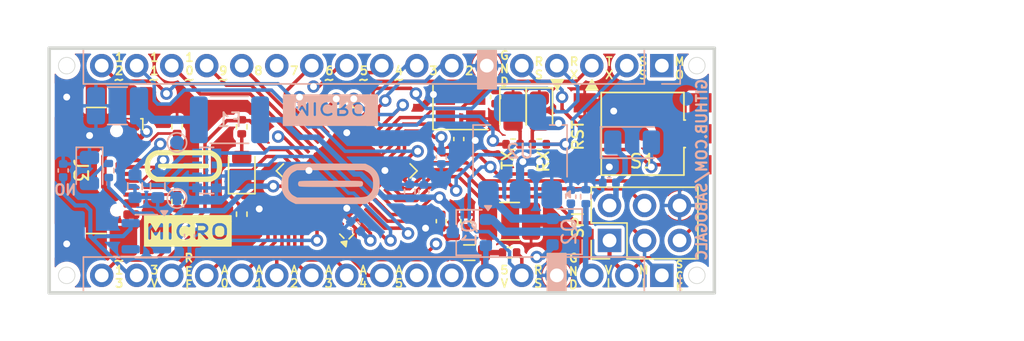
<source format=kicad_pcb>
(kicad_pcb (version 20240108) (generator "pcbnew") (generator_version "8.0")
  (title_block (title "Arduino Micro") (date "2024-05-24") (rev "1") (company "Carlos Sabogal"))
  (layers (0 "F.Cu" signal) (1 "In1.Cu" signal) (2 "In2.Cu" signal) (31 "B.Cu" signal) (34 "B.Paste" user) (35 "F.Paste" user) (36 "B.SilkS" user "B.Silkscreen") (37 "F.SilkS" user "F.Silkscreen") (38 "B.Mask" user) (39 "F.Mask" user) (44 "Edge.Cuts" user))
  (net 0 "")
  (net 1 "XTAL2")
  (net 2 "XTAL1")
  (net 3 "AVCC")
  (net 4 "IO11*")
  (net 5 "IO10*")
  (net 6 "D2{slash}SDA")
  (net 7 "IO9*")
  (net 8 "RXLED{slash}SS")
  (net 9 "IO8")
  (net 10 "D3{slash}SCL")
  (net 11 "D0{slash}RX")
  (net 12 "D1{slash}TX")
  (net 13 "D6*")
  (net 14 "MOSI")
  (net 15 "D5*")
  (net 16 "D7")
  (net 17 "D4*")
  (net 19 "IO12*")
  (net 20 "SCK")
  (net 21 "A3")
  (net 22 "AREF")
  (net 23 "A0")
  (net 25 "IO13*")
  (net 26 "A2")
  (net 27 "A1")
  (net 28 "A4")
  (net 29 "A5")
  (net 30 "Net-(Q2-S)")
  (net 31 "Net-(C14-Pad1)")
  (net 32 "Net-(RN1A-R1.2)")
  (net 33 "Net-(J3-CC1)")
  (net 34 "Net-(RN1B-R2.2)")
  (net 35 "Net-(J3-CC2)")
  (net 36 "MISO")
  (net 37 "UCAP")
  (net 38 "RD-")
  (net 39 "RD+")
  (net 40 "HWB")
  (net 41 "TXLED")
  (net 45 "GND")
  (net 46 "+5V")
  (net 47 "Net-(D1-A)")
  (net 48 "Net-(D3-A)")
  (net 49 "Net-(D4-A)")
  (net 50 "Net-(D5-A)")
  (net 51 "+3V3")
  (net 52 "RESET")
  (net 53 "VBUS")
  (net 54 "VCC")
  (footprint "Resistor_SMD:R_0402_1005Metric" (layer "F.Cu") (at 157.7721 107.4166)
    (property "Reference" "R1" (hide yes))
    (property "Value" "10k")
  )
  (footprint "LED_SMD:LED_0805_2012Metric" (layer "F.Cu") (at 159.9311 97.1296 -90)
    (property "Reference" "D1" (hide yes))
    (property "Value" "YELLOW")
  )
  (footprint "Connector_USB:USB_C_Receptacle_GCT_USB4110" (layer "F.Cu") (at 126.65 101.4476 -90)
    (property "Reference" "J3")
    (property "Value" "USB_C_Receptacle_USB2.0_16P")
  )
  (footprint "LED_SMD:LED_0805_2012Metric" (layer "F.Cu") (at 158.0261 97.1296 -90)
    (property "Reference" "D4" (hide yes))
    (property "Value" "YELLOW")
  )
  (footprint "Resistor_SMD:R_0402_1005Metric" (layer "F.Cu") (at 138.3411 104.6226 -90)
    (property "Reference" "R4" (hide yes))
    (property "Value" "10k")
  )
  (footprint "Resistor_SMD:R_0402_1005Metric" (layer "F.Cu") (at 133.65 103.7076 -90)
    (property "Reference" "R10" (hide yes))
    (property "Value" "5.1k")
  )
  (footprint "Connector_PinHeader_2.54mm:PinHeader_2x03_P2.54mm_Vertical" (layer "F.Cu") (at 165.0261 106.5326 90)
    (property "Reference" "J4" (hide yes))
    (property "Value" "M20-9980345")
  )
  (footprint "Fiducial:Fiducial_1mm_Mask2mm" (layer "F.Cu") (at 167.4241 98.7806)
    (property "Reference" "FID1" (hide yes))
    (property "Value" "Fiducial")
  )
  (footprint "Capacitor_SMD:C_0402_1005Metric" (layer "F.Cu") (at 152.8191 105.1306 -90)
    (property "Reference" "C5" (hide yes))
    (property "Value" "1u")
  )
  (footprint "Resistor_SMD:R_0402_1005Metric" (layer "F.Cu") (at 133.65 98.25 90)
    (property "Reference" "R3" (hide yes))
    (property "Value" "5.1k")
  )
  (footprint "Capacitor_SMD:C_1210_3225Metric_Pad1.33x2.70mm_HandSolder" (layer "F.Cu") (at 157.7721 105.1306)
    (property "Reference" "C3" (hide yes))
    (property "Value" "22u")
  )
  (footprint "Crystal:Crystal_SMD_SeikoEpson_FA238-4Pin_3.2x2.5mm" (layer "F.Cu") (at 154.2161 96.8756)
    (property "Reference" "Y3" (hide yes))
    (property "Value" "ECS-160-18-33-JGN-TR")
  )
  (footprint "Capacitor_SMD:C_0402_1005Metric" (layer "F.Cu") (at 156.7561 96.1136 90)
    (property "Reference" "C13" (hide yes))
    (property "Value" "22p")
  )
  (footprint "Resistor_SMD:R_0402_1005Metric" (layer "F.Cu") (at 138.3411 98.2726 -90)
    (property "Reference" "R8" (hide yes))
    (property "Value" "1k")
  )
  (footprint "Inductor_SMD:L_0805_2012Metric" (layer "F.Cu") (at 154.8511 107.4166 180)
    (property "Reference" "FB2" (hide yes))
    (property "Value" "MH2029-300Y")
  )
  (footprint "Capacitor_SMD:C_0402_1005Metric" (layer "F.Cu") (at 154.0891 99.1616 90)
    (property "Reference" "C12" (hide yes))
    (property "Value" "22p")
  )
  (footprint "Resistor_SMD:R_0402_1005Metric" (layer "F.Cu") (at 158.0261 99.5426)
    (property "Reference" "R6" (hide yes))
    (property "Value" "1k")
  )
  (footprint "Package_DFN_QFN:TQFN-44-1EP_7x7mm_P0.5mm_EP4.7x4.7mm" (layer "F.Cu") (at 145.9611 101.476 135)
    (property "Reference" "U1" (hide yes))
    (property "Value" "ATMEGA32U4-XUMU")
  )
  (footprint "Resistor_SMD:R_0402_1005Metric" (layer "F.Cu") (at 159.9311 99.5426 180)
    (property "Reference" "R7" (hide yes))
    (property "Value" "1k")
  )
  (footprint "Capacitor_SMD:C_0402_1005Metric" (layer "F.Cu") (at 154.5971 105.1306 90)
    (property "Reference" "C7" (hide yes))
    (property "Value" "1u")
  )
  (footprint "Arduino Micro:SW_TS06-667-30-BK-100-G-SMT-TR" (layer "F.Cu") (at 167.4241 98.7806)
    (property "Reference" "S1")
    (property "Value" "TS06-667-30-BK-100-G-SMT-TR")
  )
  (footprint "LED_SMD:LED_0805_2012Metric" (layer "F.Cu") (at 138.3411 101.4476 90)
    (property "Reference" "D3" (hide yes))
    (property "Value" "GREEN")
  )
  (footprint "Resistor_SMD:R_0402_1005Metric" (layer "B.Cu") (at 128.6891 101.4476 90)
    (property "Reference" "R5" (hide yes))
    (property "Value" "1k")
  )
  (footprint "Connector_PinHeader_2.54mm:PinHeader_1x17_P2.54mm_Vertical" (layer "B.Cu") (at 168.8211 109.0676 90)
    (property "Reference" "J6" (hide yes))
    (property "Value" "PH1-17-UA")
  )
  (footprint "TestPoint:TestPoint_Pad_D1.0mm" (layer "B.Cu") (at 133.6421 99.4156 180)
    (property "Reference" "TP2" (hide yes))
    (property "Value" "TestPoint")
  )
  (footprint "Capacitor_SMD:C_0402_1005Metric" (layer "B.Cu") (at 152.8191 100.4951 -90)
    (property "Reference" "C10" (hide yes))
    (property "Value" "100n")
  )
  (footprint "Capacitor_SMD:C_0402_1005Metric" (layer "B.Cu") (at 134.55 106.2 90)
    (property "Reference" "C6" (hide yes))
    (property "Value" "100n")
  )
  (footprint "Package_TO_SOT_SMD:SC-59" (layer "B.Cu") (at 154.8511 105.9561 180)
    (property "Reference" "Q1")
    (property "Value" "FDN340P")
  )
  (footprint "Package_TO_SOT_SMD:SOT-223-3_TabPin2" (layer "B.Cu") (at 158.5341 100.0506 90)
    (property "Reference" "U2")
    (property "Value" "NCP1117-5.0_SOT223")
  )
  (footprint "Fuse:Fuse_1812_4532Metric_Pad1.30x3.40mm_HandSolder" (layer "B.Cu") (at 137.4521 97.7646)
    (property "Reference" "F1")
    (property "Value" "MF-MSMF050-2")
  )
  (footprint "Capacitor_SMD:C_0402_1005Metric" (layer "B.Cu") (at 125.3871 101.4476 90)
    (property "Reference" "C4" (hide yes))
    (property "Value" "1u")
  )
  (footprint "Capacitor_SMD:C_0402_1005Metric" (layer "B.Cu") (at 165.0111 102.3366 180)
    (property "Reference" "C2" (hide yes))
    (property "Value" "100n")
  )
  (footprint "Capacitor_SMD:C_1210_3225Metric_Pad1.33x2.70mm_HandSolder" (layer "B.Cu") (at 129.3241 96.7486 180)
    (property "Reference" "C14" (hide yes))
    (property "Value" "22u")
  )
  (footprint "Resistor_SMD:R_Array_Convex_4x0612" (layer "B.Cu") (at 135.8011 101.4476 180)
    (property "Reference" "RN1" (hide yes))
    (property "Value" "22R")
  )
  (footprint "Fiducial:Fiducial_1mm_Mask2mm" (layer "B.Cu") (at 170.5991 96.2406 180)
    (property "Reference" "FID2" (hide yes))
    (property "Value" "Fiducial")
  )
  (footprint "LED_SMD:LED_0805_2012Metric" (layer "B.Cu") (at 127.2921 101.4476 -90)
    (property "Reference" "D5" (hide yes))
    (property "Value" "BLUE")
  )
  (footprint "Capacitor_SMD:C_0402_1005Metric" (layer "B.Cu") (at 146.5961 105.5116 135)
    (property "Reference" "C11" (hide yes))
    (property "Value" "100n")
  )
  (footprint "Package_TO_SOT_SMD:SC-59" (layer "B.Cu") (at 162.0901 105.8926)
    (property "Reference" "Q2")
    (property "Value" "FDN340P")
  )
  (footprint "Resistor_SMD:R_0603_1608Metric" (layer "B.Cu") (at 132.2451 102.5906 -90)
    (property "Reference" "RV1" (hide yes))
    (property "Value" "CG0603MLC-05E")
  )
  (footprint "Resistor_SMD:R_0603_1608Metric" (layer "B.Cu") (at 130.5941 102.5906 -90)
    (property "Reference" "RV2" (hide yes))
    (property "Value" "CG0603MLC-05E")
  )
  (footprint "Diode_SMD:D_1206_3216Metric" (layer "B.Cu") (at 166.6621 99.4156)
    (property "Reference" "D2" (hide yes))
    (property "Value" "CD1206-S01575")
  )
  (footprint "Capacitor_SMD:C_0402_1005Metric" (layer "B.Cu") (at 162.2171 103.3526 90)
    (property "Reference" "C1" (hide yes))
    (property "Value" "100n")
  )
  (footprint "Resistor_SMD:R_0402_1005Metric" (layer "B.Cu") (at 163.3093 103.3526 -90)
    (property "Reference" "R9" (hide yes))
    (property "Value" "10k")
  )
  (footprint "Resistor_SMD:R_0402_1005Metric" (layer "B.Cu") (at 150.5331 102.9716 -90)
    (property "Reference" "R2" (hide yes))
    (property "Value" "10k")
  )
  (footprint "Connector_PinHeader_2.54mm:PinHeader_1x17_P2.54mm_Vertical" (layer "B.Cu") (at 168.8211 93.8276 90)
    (property "Reference" "J5" (hide yes))
    (property "Value" "PH1-17-UA")
  )
  (footprint "Capacitor_SMD:C_0402_1005Metric" (layer "B.Cu") (at 151.5491 102.9716 90)
    (property "Reference" "C9" (hide yes))
    (property "Value" "100n")
  )
  (footprint "Package_TO_SOT_SMD:SOT-23-5" (layer "B.Cu") (at 131.4196 106.222915 180)
    (property "Reference" "U4" (hide yes))
    (property "Value" "LP2985-3.3")
  )
  (footprint "TestPoint:TestPoint_Pad_D1.0mm" (layer "B.Cu") (at 133.6421 103.4796 180)
    (property "Reference" "TP1" (hide yes))
    (property "Value" "TestPoint")
  )
  (gr_rect (start 147.405469 95.9612) (end 148.1764 98.1612) (stroke (width 0.1)) (fill solid) (layer "B.SilkS"))
  (gr_rect (start 155.459214 92.712083) (end 156.809214 95.512083) (stroke (width 0.1)) (fill solid) (layer "B.SilkS"))
  (gr_rect (start 160.5134 107.4868) (end 161.8634 110.2868) (stroke (width 0.1)) (fill solid) (layer "B.SilkS"))
  (gr_rect (start 141.3764 95.9612) (end 148.1764 96.3832) (stroke (width 0.1)) (fill solid) (layer "B.SilkS"))
  (gr_rect (start 141.3764 97.5868) (end 148.1764 98.1612) (stroke (width 0.1)) (fill solid) (layer "B.SilkS"))
  (gr_poly (pts (xy 145.45299 102.189483) (xy 145.976389 102.191076) (xy 146.189555 102.192447) (xy 146.373343 102.194276) (xy 146.529985 102.196618) (xy 146.661713 102.199529) (xy 146.770759 102.203066) (xy 146.859356 102.207283) (xy 146.929737 102.212237) (xy 146.984134 102.217984) (xy 147.006036 102.221172) (xy 147.024779 102.224579) (xy 147.040642 102.228212) (xy 147.053905 102.232078) (xy 147.064846 102.236184) (xy 147.073744 102.240537) (xy 147.080878 102.245144) (xy 147.086528 102.250012) (xy 147.093784 102.257407) (xy 147.100549 102.265286) (xy 147.106827 102.273618) (xy 147.112617 102.282374) (xy 147.117923 102.291524) (xy 147.122743 102.301036) (xy 147.127081 102.310883) (xy 147.130938 102.321032) (xy 147.134315 102.331456) (xy 147.137213 102.342122) (xy 147.141579 102.364066) (xy 147.144048 102.386624) (xy 147.14463 102.409555) (xy 147.143337 102.432621) (xy 147.14018 102.45558) (xy 147.13517 102.478194) (xy 147.128319 102.500221) (xy 147.124206 102.51094) (xy 147.119636 102.521423) (xy 147.114612 102.531639) (xy 147.109135 102.541558) (xy 147.103205 102.551152) (xy 147.096825 102.560388) (xy 147.089995 102.569238) (xy 147.082718 102.577672) (xy 147.05447 102.599215) (xy 146.997469 102.615712) (xy 146.889033 102.627834) (xy 146.70648 102.63625) (xy 146.0283 102.644644) (xy 144.781478 102.646251) (xy 144.115033 102.64582) (xy 143.592579 102.644227) (xy 143.379782 102.642856) (xy 143.196302 102.641028) (xy 143.039912 102.638685) (xy 142.908387 102.635774) (xy 142.799497 102.632237) (xy 142.711018 102.62802) (xy 142.640722 102.623066) (xy 142.586382 102.617319) (xy 142.5645 102.614131) (xy 142.545772 102.610724) (xy 142.529919 102.607091) (xy 142.516664 102.603225) (xy 142.505727 102.599119) (xy 142.496831 102.594766) (xy 142.489698 102.59016) (xy 142.484048 102.585292) (xy 142.477127 102.577842) (xy 142.470653 102.569806) (xy 142.464626 102.561223) (xy 142.459045 102.552133) (xy 142.45391 102.542573) (xy 142.449222 102.532584) (xy 142.444981 102.522204) (xy 142.441185 102.511473) (xy 142.434935 102.489112) (xy 142.43047 102.465813) (xy 142.427791 102.441888) (xy 142.426898 102.417652) (xy 142.427791 102.393415) (xy 142.43047 102.369491) (xy 142.434935 102.346192) (xy 142.441185 102.32383) (xy 142.444981 102.313099) (xy 142.449222 102.302719) (xy 142.45391 102.29273) (xy 142.459045 102.28317) (xy 142.464626 102.27408) (xy 142.470653 102.265497) (xy 142.477127 102.257461) (xy 142.484048 102.250012) (xy 142.516671 102.232078) (xy 142.586442 102.217984) (xy 142.711219 102.207283) (xy 142.908863 102.199529) (xy 143.594187 102.191076) (xy 144.785288 102.189052)) (stroke (width -0.000001)) (fill solid) (layer "B.SilkS"))
  (gr_rect (start 141.3764 95.9612) (end 142.1384 98.1612) (stroke (width 0.1)) (fill solid) (layer "B.SilkS"))
  (gr_poly (pts (xy 144.861488 100.943182) (xy 147.318938 100.950802) (xy 147.574207 101.076532) (xy 147.631426 101.106428) (xy 147.687272 101.138891) (xy 147.741622 101.17381) (xy 147.794354 101.211072) (xy 147.845344 101.250568) (xy 147.894471 101.292184) (xy 147.94161 101.335809) (xy 147.98664 101.381332) (xy 148.029438 101.42864) (xy 148.06988 101.477623) (xy 148.107844 101.528169) (xy 148.143207 101.580166) (xy 148.175847 101.633502) (xy 148.205641 101.688066) (xy 148.232465 101.743747) (xy 148.256198 101.800432) (xy 148.278299 101.862348) (xy 148.297453 101.930359) (xy 148.31366 102.003593) (xy 148.326921 102.081181) (xy 148.337234 102.162251) (xy 148.344601 102.245934) (xy 148.349022 102.331357) (xy 148.350495 102.417652) (xy 148.349022 102.503946) (xy 148.344601 102.58937) (xy 148.337234 102.673052) (xy 148.326921 102.754122) (xy 148.31366 102.83171) (xy 148.297453 102.904945) (xy 148.278299 102.972955) (xy 148.256198 103.034872) (xy 148.232465 103.091557) (xy 148.205641 103.147237) (xy 148.175847 103.201801) (xy 148.143207 103.255137) (xy 148.107844 103.307134) (xy 148.06988 103.35768) (xy 148.029438 103.406663) (xy 147.98664 103.453971) (xy 147.94161 103.499494) (xy 147.894471 103.543119) (xy 147.845344 103.584736) (xy 147.794354 103.624231) (xy 147.741622 103.661494) (xy 147.687272 103.696412) (xy 147.631426 103.728875) (xy 147.574207 103.758771) (xy 147.318938 103.884502) (xy 142.251638 103.884502) (xy 141.996368 103.758771) (xy 141.911499 103.713775) (xy 141.831228 103.664548) (xy 141.755601 103.611147) (xy 141.684662 103.553627) (xy 141.618456 103.492044) (xy 141.557027 103.426453) (xy 141.500421 103.356911) (xy 141.44868 103.283474) (xy 141.401852 103.206197) (xy 141.359979 103.125136) (xy 141.323107 103.040347) (xy 141.29128 102.951885) (xy 141.264543 102.859807) (xy 141.24294 102.764168) (xy 141.226517 102.665024) (xy 141.215318 102.562431) (xy 141.211377 102.506546) (xy 141.209506 102.449136) (xy 141.209575 102.417652) (xy 141.718238 102.417652) (xy 141.718774 102.546321) (xy 141.719644 102.600027) (xy 141.721095 102.647621) (xy 141.723261 102.689835) (xy 141.726275 102.7274) (xy 141.730271 102.761047) (xy 141.735383 102.791508) (xy 141.7384 102.805772) (xy 141.741745 102.819513) (xy 141.745437 102.832823) (xy 141.749492 102.845793) (xy 141.753926 102.858515) (xy 141.758756 102.87108) (xy 141.769673 102.896104) (xy 141.782375 102.921598) (xy 141.796998 102.948291) (xy 141.813674 102.976915) (xy 141.832538 103.008202) (xy 141.848313 103.033262) (xy 141.864261 103.057062) (xy 141.880465 103.079678) (xy 141.89701 103.101189) (xy 141.913979 103.121674) (xy 141.931457 103.141209) (xy 141.949525 103.159874) (xy 141.968269 103.177747) (xy 141.987772 103.194905) (xy 142.008118 103.211426) (xy 142.02939 103.22739) (xy 142.051672 103.242874) (xy 142.075049 103.257956) (xy 142.099603 103.272714) (xy 142.125418 103.287226) (xy 142.152578 103.301572) (xy 142.354508 103.408252) (xy 144.781478 103.408252) (xy 145.66856 103.408043) (xy 146.024716 103.407147) (xy 146.328873 103.405156) (xy 146.462919 103.403618) (xy 146.585726 103.401647) (xy 146.697879 103.399191) (xy 146.799966 103.396197) (xy 146.892574 103.39261) (xy 146.97629 103.388379) (xy 147.051699 103.383451) (xy 147.119389 103.377772) (xy 147.179946 103.371289) (xy 147.233958 103.363949) (xy 147.28201 103.3557) (xy 147.32469 103.346488) (xy 147.362584 103.33626) (xy 147.379919 103.330749) (xy 147.396279 103.324964) (xy 147.411735 103.318898) (xy 147.426361 103.312545) (xy 147.440231 103.305899) (xy 147.453418 103.298952) (xy 147.478037 103.284131) (xy 147.500803 103.268029) (xy 147.522303 103.250594) (xy 147.543125 103.231771) (xy 147.563854 103.211509) (xy 147.585078 103.189753) (xy 147.631357 103.141552) (xy 147.665571 103.104399) (xy 147.696827 103.067033) (xy 147.725203 103.029155) (xy 147.750777 102.990461) (xy 147.773628 102.950652) (xy 147.793833 102.909424) (xy 147.811471 102.866478) (xy 147.82662 102.821512) (xy 147.839358 102.774223) (xy 147.849763 102.724312) (xy 147.857913 102.671476) (xy 147.863887 102.615414) (xy 147.867762 102.555825) (xy 147.869617 102.492408) (xy 147.869529 102.42486) (xy 147.867578 102.352882) (xy 147.861699 102.250436) (xy 147.858453 102.206304) (xy 147.854838 102.166251) (xy 147.850732 102.129793) (xy 147.846012 102.096443) (xy 147.840556 102.065717) (xy 147.83424 102.037128) (xy 147.826942 102.010191) (xy 147.818539 101.98442) (xy 147.808908 101.959331) (xy 147.797926 101.934437) (xy 147.785471 101.909252) (xy 147.77142 101.883292) (xy 147.755649 101.85607) (xy 147.738037 101.827102) (xy 147.722263 101.802041) (xy 147.706315 101.778241) (xy 147.69011 101.755625) (xy 147.673565 101.734114) (xy 147.656596 101.71363) (xy 147.639119 101.694094) (xy 147.62105 101.675429) (xy 147.602306 101.657557) (xy 147.582803 101.640399) (xy 147.562458 101.623877) (xy 147.541186 101.607913) (xy 147.518903 101.592429) (xy 147.495527 101.577348) (xy 147.470973 101.562589) (xy 147.445158 101.548077) (xy 147.417998 101.533732) (xy 147.216068 101.427052) (xy 142.354508 101.427052) (xy 142.152578 101.533732) (xy 142.125418 101.548077) (xy 142.099603 101.562589) (xy 142.075049 101.577348) (xy 142.051672 101.592429) (xy 142.02939 101.607913) (xy 142.008118 101.623877) (xy 141.987772 101.640399) (xy 141.968269 101.657557) (xy 141.949525 101.675429) (xy 141.931457 101.694094) (xy 141.913979 101.71363) (xy 141.89701 101.734114) (xy 141.880465 101.755625) (xy 141.864261 101.778241) (xy 141.848313 101.802041) (xy 141.832538 101.827102) (xy 141.796998 101.887012) (xy 141.782375 101.913706) (xy 141.769673 101.939199) (xy 141.758756 101.964224) (xy 141.749492 101.98951) (xy 141.741745 102.015791) (xy 141.735383 102.043795) (xy 141.730271 102.074256) (xy 141.726275 102.107903) (xy 141.723261 102.145468) (xy 141.721095 102.187682) (xy 141.718774 102.288982) (xy 141.718238 102.417652) (xy 141.209575 102.417652) (xy 141.209634 102.390554) (xy 141.211687 102.331153) (xy 141.215592 102.271282) (xy 141.221279 102.211294) (xy 141.228673 102.15154) (xy 141.237702 102.092373) (xy 141.248294 102.034143) (xy 141.260376 101.977202) (xy 141.273875 101.921902) (xy 141.28872 101.868595) (xy 141.304837 101.817631) (xy 141.322154 101.769364) (xy 141.340599 101.724143) (xy 141.360098 101.682322) (xy 141.393545 101.622168) (xy 141.430866 101.563282) (xy 141.471825 101.505857) (xy 141.516189 101.45009) (xy 141.563723 101.396176) (xy 141.614192 101.344311) (xy 141.667363 101.294689) (xy 141.723 101.247505) (xy 141.78087 101.202956) (xy 141.840738 101.161237) (xy 141.90237 101.122543) (xy 141.965531 101.087069) (xy 142.029986 101.05501) (xy 142.095502 101.026563) (xy 142.161844 101.001921) (xy 142.228778 100.981282) (xy 142.303616 100.969487) (xy 142.433863 100.959791) (xy 142.895052 100.946515) (xy 143.681281 100.941098)) (stroke (width -0.000001)) (fill solid) (layer "B.SilkS"))
  (gr_rect (start 131.296714 105.142) (end 131.44812 106.5276) (stroke (width 0.1)) (fill solid) (layer "F.SilkS"))
  (gr_rect (start 160.5134 107.4868) (end 161.8634 110.2868) (stroke (width 0.1)) (fill solid) (layer "F.SilkS"))
  (gr_rect (start 131.296714 104.7356) (end 137.565406 105.142) (stroke (width 0.1)) (fill solid) (layer "F.SilkS"))
  (gr_rect (start 137.414 105.142) (end 137.565406 106.5276) (stroke (width 0.1)) (fill solid) (layer "F.SilkS"))
  (gr_rect (start 131.296714 106.5276) (end 137.565406 106.934) (stroke (width 0.1)) (fill solid) (layer "F.SilkS"))
  (gr_poly (pts (xy 160.789979 94.848297) (xy 161.680856 94.848297) (xy 161.223656 95.610297)) (stroke (width 0.1)) (fill solid) (layer "F.SilkS"))
  (gr_poly (pts (xy 164.1856 95.601179) (xy 163.294723 95.601179) (xy 163.751923 94.839179)) (stroke (width 0.1)) (fill solid) (layer "F.SilkS"))
  (gr_poly (pts (xy 134.174971 99.964699) (xy 136.109075 99.970696) (xy 136.309982 100.06965) (xy 136.355015 100.093179) (xy 136.398968 100.118729) (xy 136.441744 100.146211) (xy 136.483246 100.175538) (xy 136.523377 100.206623) (xy 136.562041 100.239376) (xy 136.599142 100.273711) (xy 136.634582 100.309539) (xy 136.668265 100.346772) (xy 136.700094 100.385324) (xy 136.729974 100.425105) (xy 136.757806 100.466029) (xy 136.783495 100.508006) (xy 136.806944 100.55095) (xy 136.828055 100.594773) (xy 136.846734 100.639386) (xy 136.864128 100.688116) (xy 136.879203 100.741643) (xy 136.891959 100.799281) (xy 136.902395 100.860346) (xy 136.910513 100.924151) (xy 136.916311 100.990012) (xy 136.919789 101.057244) (xy 136.920949 101.125161) (xy 136.919789 101.193078) (xy 136.916311 101.260309) (xy 136.910513 101.32617) (xy 136.902395 101.389976) (xy 136.891959 101.45104) (xy 136.879203 101.508679) (xy 136.864128 101.562206) (xy 136.846734 101.610936) (xy 136.828055 101.655549) (xy 136.806944 101.699371) (xy 136.783495 101.742315) (xy 136.757806 101.784293) (xy 136.729974 101.825216) (xy 136.700094 101.864998) (xy 136.668265 101.903549) (xy 136.634582 101.940783) (xy 136.599142 101.976611) (xy 136.562041 102.010946) (xy 136.523377 102.043699) (xy 136.483246 102.074783) (xy 136.441744 102.10411) (xy 136.398968 102.131593) (xy 136.355015 102.157143) (xy 136.309982 102.180672) (xy 136.109075 102.279626) (xy 132.120923 102.279626) (xy 131.920016 102.180672) (xy 131.853221 102.145258) (xy 131.790045 102.106515) (xy 131.730523 102.064486) (xy 131.674692 102.019215) (xy 131.622585 101.970747) (xy 131.574238 101.919125) (xy 131.529687 101.864393) (xy 131.488965 101.806595) (xy 131.452109 101.745775) (xy 131.419154 101.681977) (xy 131.390134 101.615245) (xy 131.365085 101.545622) (xy 131.344042 101.473153) (xy 131.32704 101.397882) (xy 131.314115 101.319852) (xy 131.3053 101.239108) (xy 131.302199 101.195124) (xy 131.300726 101.14994) (xy 131.30078 101.125161) (xy 131.701117 101.125161) (xy 131.701539 101.226428) (xy 131.702224 101.268697) (xy 131.703366 101.306155) (xy 131.70507 101.339379) (xy 131.707442 101.368944) (xy 131.710587 101.395426) (xy 131.714611 101.4194) (xy 131.716985 101.430626) (xy 131.719618 101.44144) (xy 131.722524 101.451916) (xy 131.725715 101.462124) (xy 131.729205 101.472137) (xy 131.733007 101.482026) (xy 131.741598 101.501721) (xy 131.751596 101.521785) (xy 131.763104 101.542794) (xy 131.776229 101.565322) (xy 131.791075 101.589946) (xy 131.803491 101.609669) (xy 131.816042 101.6284) (xy 131.828796 101.6462) (xy 131.841818 101.66313) (xy 131.855173 101.679252) (xy 131.868928 101.694628) (xy 131.883149 101.709317) (xy 131.897901 101.723384) (xy 131.913251 101.736888) (xy 131.929263 101.749891) (xy 131.946005 101.762455) (xy 131.963542 101.774641) (xy 131.98194 101.786511) (xy 132.001265 101.798126) (xy 132.021583 101.809548) (xy 132.042959 101.820839) (xy 132.201885 101.9048) (xy 134.112 101.9048) (xy 134.810167 101.904636) (xy 135.090475 101.90393) (xy 135.329858 101.902363) (xy 135.435357 101.901153) (xy 135.53201 101.899602) (xy 135.620279 101.897669) (xy 135.700626 101.895312) (xy 135.773512 101.892489) (xy 135.839398 101.889159) (xy 135.898748 101.885281) (xy 135.952023 101.880811) (xy 135.999684 101.875709) (xy 136.042193 101.869932) (xy 136.080012 101.86344) (xy 136.113602 101.856189) (xy 136.143426 101.84814) (xy 136.15707 101.843802) (xy 136.169946 101.839249) (xy 136.18211 101.834475) (xy 136.193622 101.829475) (xy 136.204538 101.824244) (xy 136.214917 101.818777) (xy 136.234292 101.807112) (xy 136.25221 101.79444) (xy 136.269131 101.780717) (xy 136.285519 101.765903) (xy 136.301834 101.749956) (xy 136.318538 101.732833) (xy 136.354961 101.694897) (xy 136.381889 101.665656) (xy 136.406488 101.636248) (xy 136.428821 101.606436) (xy 136.448949 101.575983) (xy 136.466933 101.544652) (xy 136.482836 101.512204) (xy 136.496717 101.478404) (xy 136.50864 101.443013) (xy 136.518665 101.405796) (xy 136.526854 101.366514) (xy 136.533269 101.32493) (xy 136.53797 101.280807) (xy 136.54102 101.233909) (xy 136.54248 101.183997) (xy 136.542411 101.130834) (xy 136.540875 101.074184) (xy 136.536248 100.993556) (xy 136.533693 100.958822) (xy 136.530849 100.927299) (xy 136.527617 100.898605) (xy 136.523903 100.872358) (xy 136.519608 100.848175) (xy 136.514637 100.825675) (xy 136.508893 100.804474) (xy 136.50228 100.784192) (xy 136.4947 100.764445) (xy 136.486057 100.744853) (xy 136.476254 100.725031) (xy 136.465195 100.7046) (xy 136.452784 100.683175) (xy 136.438922 100.660376) (xy 136.426507 100.640652) (xy 136.413955 100.621921) (xy 136.401202 100.604121) (xy 136.38818 100.587191) (xy 136.374825 100.571069) (xy 136.36107 100.555694) (xy 136.346849 100.541004) (xy 136.332097 100.526938) (xy 136.316747 100.513434) (xy 136.300735 100.500431) (xy 136.283993 100.487867) (xy 136.266455 100.47568) (xy 136.248058 100.46381) (xy 136.228733 100.452195) (xy 136.208415 100.440773) (xy 136.187039 100.429483) (xy 136.028113 100.345522) (xy 132.201885 100.345522) (xy 132.042959 100.429483) (xy 132.021583 100.440773) (xy 132.001265 100.452195) (xy 131.98194 100.46381) (xy 131.963542 100.47568) (xy 131.946005 100.487867) (xy 131.929263 100.500431) (xy 131.913251 100.513434) (xy 131.897901 100.526938) (xy 131.883149 100.541004) (xy 131.868928 100.555694) (xy 131.855173 100.571069) (xy 131.841818 100.587191) (xy 131.828796 100.604121) (xy 131.816042 100.621921) (xy 131.803491 100.640652) (xy 131.791075 100.660376) (xy 131.763104 100.707528) (xy 131.751596 100.728537) (xy 131.741598 100.748601) (xy 131.733007 100.768296) (xy 131.725715 100.788198) (xy 131.719618 100.808881) (xy 131.714611 100.830922) (xy 131.710587 100.854896) (xy 131.707442 100.881377) (xy 131.70507 100.910942) (xy 131.703366 100.944167) (xy 131.701539 101.023893) (xy 131.701117 101.125161) (xy 131.30078 101.125161) (xy 131.300827 101.103834) (xy 131.302442 101.057083) (xy 131.305516 101.009962) (xy 131.309992 100.96275) (xy 131.315811 100.915721) (xy 131.322917 100.869154) (xy 131.331254 100.823325) (xy 131.340763 100.778511) (xy 131.351387 100.734988) (xy 131.363071 100.693033) (xy 131.375755 100.652923) (xy 131.389385 100.614934) (xy 131.403901 100.579344) (xy 131.419248 100.546429) (xy 131.445572 100.499086) (xy 131.474945 100.45274) (xy 131.507181 100.407545) (xy 131.542097 100.363654) (xy 131.579508 100.321222) (xy 131.619229 100.280402) (xy 131.661077 100.241347) (xy 131.704865 100.204212) (xy 131.750411 100.169151) (xy 131.79753 100.136316) (xy 131.846036 100.105862) (xy 131.895746 100.077943) (xy 131.946475 100.052712) (xy 131.998038 100.030322) (xy 132.050252 100.010929) (xy 132.102931 99.994685) (xy 132.161831 99.985402) (xy 132.264341 99.97777) (xy 132.627313 99.967322) (xy 133.246104 99.963058)) (stroke (width -0.000001)) (fill solid) (layer "F.SilkS"))
  (gr_rect (start 155.459214 92.712083) (end 156.809214 95.270002) (stroke (width 0.1)) (fill solid) (layer "F.SilkS"))
  (gr_poly (pts (xy 134.640505 100.945584) (xy 135.05244 100.946837) (xy 135.22021 100.947916) (xy 135.364857 100.949356) (xy 135.48814 100.951199) (xy 135.591815 100.95349) (xy 135.677638 100.956274) (xy 135.747368 100.959593) (xy 135.80276 100.963492) (xy 135.845572 100.968015) (xy 135.86281 100.970524) (xy 135.877562 100.973205) (xy 135.890046 100.976065) (xy 135.900485 100.979107) (xy 135.909095 100.982339) (xy 135.916098 100.985765) (xy 135.921714 100.989391) (xy 135.92616 100.993222) (xy 135.931871 100.999042) (xy 135.937196 101.005243) (xy 135.942136 101.011801) (xy 135.946694 101.018692) (xy 135.950869 101.025893) (xy 135.954663 101.03338) (xy 135.958077 101.04113) (xy 135.961113 101.049118) (xy 135.96377 101.057321) (xy 135.966051 101.065716) (xy 135.969488 101.082987) (xy 135.971431 101.100741) (xy 135.971889 101.118789) (xy 135.970871 101.136942) (xy 135.968387 101.155012) (xy 135.964444 101.17281) (xy 135.959051 101.190146) (xy 135.955814 101.198583) (xy 135.952218 101.206833) (xy 135.948264 101.214873) (xy 135.943953 101.22268) (xy 135.939286 101.23023) (xy 135.934264 101.2375) (xy 135.928889 101.244465) (xy 135.923161 101.251103) (xy 135.900929 101.268058) (xy 135.856067 101.281042) (xy 135.770724 101.290582) (xy 135.627048 101.297206) (xy 135.093296 101.303812) (xy 134.112 101.305077) (xy 133.587483 101.304738) (xy 133.176293 101.303484) (xy 133.008814 101.302405) (xy 132.864408 101.300966) (xy 132.741324 101.299123) (xy 132.637808 101.296831) (xy 132.552108 101.294048) (xy 132.482472 101.290729) (xy 132.427146 101.28683) (xy 132.384379 101.282307) (xy 132.367157 101.279798) (xy 132.352417 101.277116) (xy 132.33994 101.274257) (xy 132.329508 101.271214) (xy 132.3209 101.267983) (xy 132.313899 101.264557) (xy 132.308285 101.260931) (xy 132.303838 101.2571) (xy 132.298391 101.251237) (xy 132.293296 101.244912) (xy 132.288552 101.238157) (xy 132.28416 101.231003) (xy 132.280118 101.223479) (xy 132.276429 101.215617) (xy 132.27309 101.207448) (xy 132.270104 101.199002) (xy 132.265184 101.181402) (xy 132.26167 101.163065) (xy 132.259562 101.144236) (xy 132.258859 101.125161) (xy 132.259562 101.106086) (xy 132.26167 101.087257) (xy 132.265184 101.068919) (xy 132.270104 101.05132) (xy 132.27309 101.042874) (xy 132.276429 101.034705) (xy 132.280118 101.026843) (xy 132.28416 101.019319) (xy 132.288552 101.012165) (xy 132.293296 101.00541) (xy 132.298391 100.999085) (xy 132.303838 100.993222) (xy 132.329514 100.979107) (xy 132.384426 100.968015) (xy 132.48263 100.959593) (xy 132.638183 100.95349) (xy 133.177558 100.946837) (xy 134.114999 100.945244)) (stroke (width -0.000001)) (fill solid) (layer "F.SilkS"))
  (gr_circle (center 171.3611 93.8276) (end 171.9611 93.8276) (stroke (width 0.05)) (fill none) (layer "Edge.Cuts"))
  (gr_line (start 172.6311 110.3376) (end 172.6311 92.5576) (stroke (width 0.254)) (layer "Edge.Cuts"))
  (gr_line (start 124.3711 92.5576) (end 124.3711 110.3376) (stroke (width 0.254)) (layer "Edge.Cuts"))
  (gr_circle (center 171.3611 109.0676) (end 171.9611 109.0676) (stroke (width 0.05)) (fill none) (layer "Edge.Cuts"))
  (gr_circle (center 125.6411 93.8276) (end 126.2411 93.8276) (stroke (width 0.05)) (fill none) (layer "Edge.Cuts"))
  (gr_line (start 172.6311 92.5576) (end 124.3711 92.5576) (stroke (width 0.254)) (layer "Edge.Cuts"))
  (gr_line (start 124.3711 110.3376) (end 172.6311 110.3376) (stroke (width 0.254)) (layer "Edge.Cuts"))
  (gr_circle (center 125.6411 109.0676) (end 126.2411 109.0676) (stroke (width 0.05)) (fill none) (layer "Edge.Cuts"))
  (gr_text "MICRO" (at 141.95 96.45 180) (layer "B.SilkS" knockout) (effects (font (size 0.85 1.15) (thickness 0.16) (bold yes)) (justify left bottom mirror)))
  (gr_text "GITHUB.COM/SABOGALC" (at 172.15 94.7 90) (layer "B.SilkS") (effects (font (size 0.75 0.75) (thickness 0.16) (bold yes)) (justify left bottom mirror)))
  (gr_text "ON" (at 124.65 102.35 180) (layer "B.SilkS") (effects (font (size 0.75 0.75) (thickness 0.16) (bold yes)) (justify left bottom mirror)))
  (gr_text "~" (at 137 95.2 0) (layer "F.SilkS") (effects (font (size 0.6 1.1) (thickness 0.13) (bold yes)) (justify bottom)))
  (gr_text "1\n2" (at 129.45 94.55 0) (layer "F.SilkS") (effects (font (size 0.6 0.6) (thickness 0.13) (bold yes)) (justify bottom)))
  (gr_text "A\n3" (at 144.65 110 0) (layer "F.SilkS") (effects (font (size 0.6 0.6) (thickness 0.12) (bold yes)) (justify bottom)))
  (gr_text "R\nX" (at 162.45 94.85 0) (layer "F.SilkS") (effects (font (size 0.6 0.6) (thickness 0.12) (bold yes)) (justify bottom)))
  (gr_text "TX" (at 158.1 100.7 90) (layer "F.SilkS") (effects (font (size 0.8 0.8) (thickness 0.15) (bold yes)) (justify bottom)))
  (gr_text "R\nS" (at 159.85 110 0) (layer "F.SilkS") (effects (font (size 0.6 0.6) (thickness 0.12) (bold yes)) (justify bottom)))
  (gr_text "SPI" (at 163.2 105.4 90) (layer "F.SilkS") (effects (font (size 0.8 0.8) (thickness 0.15) (bold yes)) (justify bottom)))
  (gr_text "~" (at 134.55 95.2 0) (layer "F.SilkS") (effects (font (size 0.6 1.1) (thickness 0.13) (bold yes)) (justify bottom)))
  (gr_text "RST" (at 163.2 98.9 90) (layer "F.SilkS") (effects (font (size 0.8 0.8) (thickness 0.15) (bold yes)) (justify bottom)))
  (gr_text "~" (at 131.9784 95.2 0) (layer "F.SilkS") (effects (font (size 0.6 1.1) (thickness 0.13) (bold yes)) (justify bottom)))
  (gr_text "7" (at 142.15 94.55 0) (layer "F.SilkS") (effects (font (size 0.6 0.6) (thickness 0.13) (bold yes)) (justify bottom)))
  (gr_text "1\n0" (at 134.55 94.55 0) (layer "F.SilkS") (effects (font (size 0.6 0.6) (thickness 0.13) (bold yes)) (justify bottom)))
  (gr_text "G\nN\nD" (at 157.4 95.37 0) (layer "F.SilkS") (effects (font (size 0.6 0.6) (thickness 0.13) (bold yes)) (justify bottom)))
  (gr_text "6" (at 144.7 94.55 0) (layer "F.SilkS") (effects (font (size 0.6 0.6) (thickness 0.13) (bold yes)) (justify bottom)))
  (gr_text "~" (at 144.7 95.2 0) (layer "F.SilkS") (effects (font (size 0.6 1.1) (thickness 0.13) (bold yes)) (justify bottom)))
  (gr_text "A\n2" (at 142.15 110 0) (layer "F.SilkS") (effects (font (size 0.6 0.6) (thickness 0.12) (bold yes)) (justify bottom)))
  (gr_text "3" (at 152.25 94.55 0) (layer "F.SilkS") (effects (font (size 0.6 0.6) (thickness 0.13) (bold yes)) (justify bottom)))
  (gr_text "R\nE\nF" (at 134.5 110.1 0) (layer "F.SilkS") (effects (font (size 0.6 0.6) (thickness 0.13) (bold yes)) (justify bottom)))
  (gr_text "5" (at 147.2 94.55 0) (layer "F.SilkS") (effects (font (size 0.6 0.6) (thickness 0.13) (bold yes)) (justify bottom)))
  (gr_text "RX" (at 160.7 100.8 90) (layer "F.SilkS") (effects (font (size 0.8 0.8) (thickness 0.15) (bold yes)) (justify bottom)))
  (gr_text "S\nC\nK" (at 170.1 110.18 0) (layer "F.SilkS") (effects (font (size 0.5 0.5) (thickness 0.12) (bold yes)) (justify bottom)))
  (gr_text "A\n4" (at 147.15 110 0) (layer "F.SilkS") (effects (font (size 0.6 0.6) (thickness 0.12) (bold yes)) (justify bottom)))
  (gr_text "A\n0" (at 137.1 110 0) (layer "F.SilkS") (effects (font (size 0.6 0.6) (thickness 0.12) (bold yes)) (justify bottom)))
  (gr_text "~" (at 129.45 95.2 0) (layer "F.SilkS") (effects (font (size 0.6 1.1) (thickness 0.13) (bold yes)) (justify bottom)))
  (gr_text "8" (at 139.55 94.55 0) (layer "F.SilkS") (effects (font (size 0.6 0.6) (thickness 0.13) (bold yes)) (justify bottom)))
  (gr_text "1\n3" (at 129.45 110 0) (layer "F.SilkS") (effects (font (size 0.6 0.6) (thickness 0.13) (bold yes)) (justify bottom)))
  (gr_text "V\nI" (at 164.95 110 0) (layer "F.SilkS") (effects (font (size 0.6 0.6) (thickness 0.12) (bold yes)) (justify bottom)))
  (gr_text "~" (at 129.45 108.35 0) (layer "F.SilkS") (effects (font (size 0.6 1.1) (thickness 0.13) (bold yes)) (justify bottom)))
  (gr_text "3\nV" (at 132 110 0) (layer "F.SilkS") (effects (font (size 0.6 0.6) (thickness 0.12) (bold yes)) (justify bottom)))
  (gr_text "~" (at 147.2 95.2 0) (layer "F.SilkS") (effects (font (size 0.6 1.1) (thickness 0.13) (bold yes)) (justify bottom)))
  (gr_text "R\nS" (at 159.9 94.85 0) (layer "F.SilkS") (effects (font (size 0.6 0.6) (thickness 0.12) (bold yes)) (justify bottom)))
  (gr_text "4" (at 149.75 94.55 0) (layer "F.SilkS") (effects (font (size 0.6 0.6) (thickness 0.13) (bold yes)) (justify bottom)))
  (gr_text "S\nS" (at 167.45 94.85 0) (layer "F.SilkS") (effects (font (size 0.6 0.6) (thickness 0.12) (bold yes)) (justify bottom)))
  (gr_text "M\nI" (at 167.5 110 0) (layer "F.SilkS") (effects (font (size 0.6 0.6) (thickness 0.12) (bold yes)) (justify bottom)))
  (gr_text "M\nO" (at 170.1 94.85 0) (layer "F.SilkS") (effects (font (size 0.6 0.6) (thickness 0.12) (bold yes)) (justify bottom)))
  (gr_text "MICRO" (at 131.221721 106.5036 0) (layer "F.SilkS" knockout) (effects (font (size 1 1.3) (thickness 0.2) (bold yes)) (justify left bottom)))
  (gr_text "5\nV" (at 157.4 110 0) (layer "F.SilkS") (effects (font (size 0.6 0.6) (thickness 0.12) (bold yes)) (justify bottom)))
  (gr_text "9" (at 137 94.55 0) (layer "F.SilkS") (effects (font (size 0.6 0.6) (thickness 0.13) (bold yes)) (justify bottom)))
  (gr_text "T\nX" (at 165 94.85 0) (layer "F.SilkS") (effects (font (size 0.6 0.6) (thickness 0.12) (bold yes)) (justify bottom)))
  (gr_text "2" (at 154.85 94.55 0) (layer "F.SilkS") (effects (font (size 0.6 0.6) (thickness 0.13) (bold yes)) (justify bottom)))
  (gr_text "G\nN\nD" (at 162.4 110.1 0) (layer "F.SilkS") (effects (font (size 0.6 0.6) (thickness 0.13) (bold yes)) (justify bottom)))
  (gr_text "1\n1" (at 132 94.55 0) (layer "F.SilkS") (effects (font (size 0.6 0.6) (thickness 0.13) (bold yes)) (justify bottom)))
  (gr_text "A\n5" (at 149.75 110 0) (layer "F.SilkS") (effects (font (size 0.6 0.6) (thickness 0.12) (bold yes)) (justify bottom)))
  (gr_text "~" (at 149.75 95.2 0) (layer "F.SilkS") (effects (font (size 0.6 1.1) (thickness 0.13) (bold yes)) (justify bottom)))
  (gr_text "A\n1" (at 139.6 110 0) (layer "F.SilkS") (effects (font (size 0.6 0.6) (thickness 0.12) (bold yes)) (justify bottom)))
  (segment (start 153.1161 97.7036) (end 152.7376 98.0821) (width 0.254) (layer "F.Cu") (net 1))
  (segment (start 153.1161 97.6756) (end 153.1161 97.7086) (width 0.3) (layer "F.Cu") (net 1))
  (segment (start 152.7376 98.0821) (end 150.062107 98.0821) (width 0.254) (layer "F.Cu") (net 1))
  (segment (start 153.1161 97.6756) (end 153.1161 97.7036) (width 0.254) (layer "F.Cu") (net 1))
  (segment (start 150.062107 98.0821) (end 148.6923 99.451907) (width 0.254) (layer "F.Cu") (net 1))
  (segment (start 153.1161 97.7086) (end 154.0891 98.6816) (width 0.3) (layer "F.Cu") (net 1))
  (segment (start 155.7581 95.6336) (end 155.3161 96.0756) (width 0.3) (layer "F.Cu") (net 2))
  (segment (start 151.5842 97.6025) (end 149.8346 97.6025) (width 0.254) (layer "F.Cu") (net 2))
  (segment (start 155.1431 96.0756) (end 155.3161 96.0756) (width 0.254) (layer "F.Cu") (net 2))
  (segment (start 154.3431 96.8756) (end 155.1431 96.0756) (width 0.254) (layer "F.Cu") (net 2))
  (segment (start 152.3111 96.8756) (end 151.5842 97.6025) (width 0.2) (layer "F.Cu") (net 2))
  (segment (start 156.7561 95.6336) (end 155.7581 95.6336) (width 0.3) (layer "F.Cu") (net 2))
  (segment (start 152.3111 96.8756) (end 154.3431 96.8756) (width 0.15) (layer "F.Cu") (net 2))
  (segment (start 149.8346 97.6025) (end 148.338747 99.098353) (width 0.254) (layer "F.Cu") (net 2))
  (segment (start 153.2806 107.9246) (end 154.5971 106.6081) (width 0.254) (layer "F.Cu") (net 3))
  (segment (start 145.9611 106.231294) (end 145.9611 106.8959) (width 0.254) (layer "F.Cu") (net 3))
  (segment (start 145.35122 105.621414) (end 145.9611 106.231294) (width 0.254) (layer "F.Cu") (net 3))
  (segment (start 146.9898 107.9246) (end 153.2806 107.9246) (width 0.254) (layer "F.Cu") (net 3))
  (segment (start 154.5971 106.6081) (end 154.5971 105.6106) (width 0.254) (layer "F.Cu") (net 3))
  (segment (start 145.9611 106.8959) (end 146.9898 107.9246) (width 0.254) (layer "F.Cu") (net 3))
  (segment (start 150.106514 100.86612) (end 150.922034 100.0506) (width 0.254) (layer "F.Cu") (net 4))
  (segment (start 150.922034 100.0506) (end 151.1046 100.0506) (width 0.254) (layer "F.Cu") (net 4))
  (via (at 151.1046 100.0506) (size 0.9) (drill 0.5) (layers "F.Cu" "B.Cu") (net 4))
  (segment (start 132.2451 96.6216) (end 131.9911 96.3676) (width 0.254) (layer "B.Cu") (net 4))
  (segment (start 151.1046 100.0506) (end 145.8341 100.0506) (width 0.254) (layer "B.Cu") (net 4))
  (segment (start 134.1628 95.6056) (end 133.1468 96.6216) (width 0.254) (layer "B.Cu") (net 4))
  (segment (start 131.9911 96.3676) (end 131.9911 95.0976) (width 0.254) (layer "B.Cu") (net 4))
  (segment (start 133.1468 96.6216) (end 132.2451 96.6216) (width 0.254) (layer "B.Cu") (net 4))
  (segment (start 143.1671 98.2726) (end 140.5001 95.6056) (width 0.254) (layer "B.Cu") (net 4))
  (segment (start 131.9911 95.0976) (end 130.7211 93.8276) (width 0.254) (layer "B.Cu") (net 4))
  (segment (start 144.0561 98.2726) (end 143.1671 98.2726) (width 0.254) (layer "B.Cu") (net 4))
  (segment (start 140.5001 95.6056) (end 134.1628 95.6056) (width 0.254) (layer "B.Cu") (net 4))
  (segment (start 145.8341 100.0506) (end 144.0561 98.2726) (width 0.254) (layer "B.Cu") (net 4))
  (segment (start 142.876347 99.80546) (end 138.9589 95.888013) (width 0.254) (layer "F.Cu") (net 5))
  (segment (start 138.9589 95.888013) (end 135.321513 95.888013) (width 0.254) (layer "F.Cu") (net 5))
  (segment (start 135.321513 95.888013) (end 133.2611 93.8276) (width 0.254) (layer "F.Cu") (net 5))
  (segment (start 148.2471 96.8756) (end 148.2471 97.775787) (width 0.254) (layer "F.Cu") (net 6))
  (segment (start 148.7551 96.3676) (end 148.2471 96.8756) (width 0.254) (layer "F.Cu") (net 6))
  (segment (start 148.2471 97.775787) (end 147.63164 98.391247) (width 0.254) (layer "F.Cu") (net 6))
  (via (at 148.7551 96.3676) (size 0.9) (drill 0.5) (layers "F.Cu" "B.Cu") (net 6))
  (segment (start 151.6634 94.9706) (end 152.8064 93.8276) (width 0.254) (layer "B.Cu") (net 6))
  (segment (start 148.7551 96.3676) (end 148.7551 96.1136) (width 0.254) (layer "B.Cu") (net 6))
  (segment (start 149.8981 94.9706) (end 151.6634 94.9706) (width 0.254) (layer "B.Cu") (net 6))
  (segment (start 152.8064 93.8276) (end 153.5811 93.8276) (width 0.254) (layer "B.Cu") (net 6))
  (segment (start 148.7551 96.1136) (end 149.8981 94.9706) (width 0.254) (layer "B.Cu") (net 6))
  (segment (start 137.226507 95.253007) (end 135.8011 93.8276) (width 0.254) (layer "F.Cu") (net 7))
  (segment (start 143.2299 99.451907) (end 139.031 95.253007) (width 0.254) (layer "F.Cu") (net 7))
  (segment (start 139.031 95.253007) (end 137.226507 95.253007) (width 0.254) (layer "F.Cu") (net 7))
  (segment (start 149.531313 103.632) (end 149.045853 103.14654) (width 0.254) (layer "F.Cu") (net 8))
  (segment (start 151.0157 103.632) (end 149.531313 103.632) (width 0.254) (layer "F.Cu") (net 8))
  (segment (start 153.3271 102.3366) (end 153.8986 102.9081) (width 0.254) (layer "F.Cu") (net 8))
  (segment (start 152.3111 102.3366) (end 153.3271 102.3366) (width 0.254) (layer "F.Cu") (net 8))
  (segment (start 151.0157 103.632) (end 152.3111 102.3366) (width 0.254) (layer "F.Cu") (net 8))
  (segment (start 161.8361 99.5426) (end 160.4411 99.5426) (width 0.254) (layer "F.Cu") (net 8))
  (via (at 153.8986 102.9081) (size 0.9) (drill 0.5) (layers "F.Cu" "B.Cu") (net 8))
  (via (at 161.8361 99.5426) (size 0.9) (drill 0.5) (layers "F.Cu" "B.Cu") (net 8))
  (segment (start 162.3441 99.0346) (end 161.8361 99.5426) (width 0.254) (layer "B.Cu") (net 8))
  (segment (start 153.8986 102.0191) (end 153.8986 102.9081) (width 0.254) (layer "B.Cu") (net 8))
  (segment (start 155.6131 100.3046) (end 157.3911 100.3046) (width 0.254) (layer "B.Cu") (net 8))
  (segment (start 157.3911 100.3046) (end 158.1531 99.5426) (width 0.254) (layer "B.Cu") (net 8))
  (segment (start 153.8986 102.0191) (end 155.6131 100.3046) (width 0.254) (layer "B.Cu") (net 8))
  (segment (start 158.1531 99.5426) (end 161.8361 99.5426) (width 0.254) (layer "B.Cu") (net 8))
  (segment (start 162.3441 97.7646) (end 166.2811 93.8276) (width 0.254) (layer "B.Cu") (net 8))
  (segment (start 162.3441 99.0346) (end 162.3441 97.7646) (width 0.254) (layer "B.Cu") (net 8))
  (segment (start 138.3411 93.856) (end 138.3411 93.8276) (width 0.254) (layer "F.Cu") (net 9))
  (segment (start 143.583453 99.098353) (end 138.3411 93.856) (width 0.254) (layer "F.Cu") (net 9))
  (segment (start 150.0251 96.704893) (end 147.985193 98.7448) (width 0.254) (layer "F.Cu") (net 10))
  (segment (start 150.0251 96.6851) (end 150.0251 96.704893) (width 0.254) (layer "F.Cu") (net 10))
  (via (at 150.0251 96.6851) (size 0.9) (drill 0.5) (layers "F.Cu" "B.Cu") (net 10))
  (segment (start 150.2664 93.8276) (end 151.0411 93.8276) (width 0.254) (layer "B.Cu") (net 10))
  (segment (start 147.8661 97.0026) (end 147.8661 96.2279) (width 0.254) (layer "B.Cu") (net 10))
  (segment (start 147.8661 96.2279) (end 150.2664 93.8276) (width 0.254) (layer "B.Cu") (net 10))
  (segment (start 148.2471 97.3836) (end 147.8661 97.0026) (width 0.254) (layer "B.Cu") (net 10))
  (segment (start 149.3266 97.3836) (end 148.2471 97.3836) (width 0.254) (layer "B.Cu") (net 10))
  (segment (start 150.0251 96.6851) (end 149.3266 97.3836) (width 0.254) (layer "B.Cu") (net 10))
  (segment (start 147.278086 98.037693) (end 147.278086 98.035114) (width 0.2) (layer "F.Cu") (net 11))
  (segment (start 147.8661 97.449679) (end 147.278086 98.037693) (width 0.254) (layer "F.Cu") (net 11))
  (segment (start 150.9776 95.8596) (end 150.5966 95.4786) (width 0.254) (layer "F.Cu") (net 11))
  (segment (start 148.0566 95.4786) (end 147.8661 95.6691) (width 0.254) (layer "F.Cu") (net 11))
  (segment (start 147.8661 95.6691) (end 147.8661 97.449679) (width 0.254) (layer "F.Cu") (net 11))
  (segment (start 150.5966 95.4786) (end 148.0566 95.4786) (width 0.254) (layer "F.Cu") (net 11))
  (via (at 150.9776 95.8596) (size 0.9) (drill 0.5) (layers "F.Cu" "B.Cu") (net 11))
  (segment (start 160.837292 95.813292) (end 160.5026 95.4786) (width 0.254) (layer "B.Cu") (net 11))
  (segment (start 160.837292 96.880092) (end 160.837292 95.813292) (width 0.254) (layer "B.Cu") (net 11))
  (segment (start 160.5026 95.4786) (end 156.5021 95.4786) (width 0.254) (layer "B.Cu") (net 11))
  (segment (start 150.9776 96.1644) (end 150.9776 95.8596) (width 0.254) (layer "B.Cu") (net 11))
  (segment (start 161.9123 97.1804) (end 161.1376 97.1804) (width 0.254) (layer "B.Cu") (net 11))
  (segment (start 151.7523 96.9391) (end 150.9776 96.1644) (width 0.254) (layer "B.Cu") (net 11))
  (segment (start 156.5021 95.4786) (end 155.0416 96.9391) (width 0.254) (layer "B.Cu") (net 11))
  (segment (start 155.0416 96.9391) (end 151.7523 96.9391) (width 0.254) (layer "B.Cu") (net 11))
  (segment (start 162.7251 96.3676) (end 161.9123 97.1804) (width 0.254) (layer "B.Cu") (net 11))
  (segment (start 162.7251 95.3516) (end 162.7251 96.3676) (width 0.254) (layer "B.Cu") (net 11))
  (segment (start 161.2011 93.8276) (end 162.7251 95.3516) (width 0.254) (layer "B.Cu") (net 11))
  (segment (start 161.1376 97.1804) (end 160.837292 96.880092) (width 0.254) (layer "B.Cu") (net 11))
  (segment (start 146.924533 97.68414) (end 147.3851 97.223573) (width 0.254) (layer "F.Cu") (net 12))
  (segment (start 147.3851 97.223573) (end 147.3851 95.2611) (width 0.254) (layer "F.Cu") (net 12))
  (segment (start 147.6756 94.9706) (end 162.5981 94.9706) (width 0.254) (layer "F.Cu") (net 12))
  (segment (start 147.3851 95.2611) (end 147.6756 94.9706) (width 0.254) (layer "F.Cu") (net 12))
  (segment (start 162.5981 94.9706) (end 163.7411 93.8276) (width 0.254) (layer "F.Cu") (net 12))
  (segment (start 141.5161 96.323893) (end 143.937007 98.7448) (width 0.254) (layer "F.Cu") (net 13))
  (segment (start 141.5161 95.7326) (end 143.4211 93.8276) (width 0.254) (layer "F.Cu") (net 13))
  (segment (start 141.5161 95.7326) (end 141.5161 96.323893) (width 0.254) (layer "F.Cu") (net 13))
  (segment (start 150.5204 102.7684) (end 150.081927 102.7684) (width 0.254) (layer "F.Cu") (net 14))
  (segment (start 155.6639 102.7811) (end 154.2796 101.3968) (width 0.254) (layer "F.Cu") (net 14))
  (segment (start 150.081927 102.7684) (end 149.75296 102.439433) (width 0.254) (layer "F.Cu") (net 14))
  (segment (start 166.3546 102.7811) (end 167.5661 103.9926) (width 0.254) (layer "F.Cu") (net 14))
  (segment (start 166.3546 102.7811) (end 155.6639 102.7811) (width 0.254) (layer "F.Cu") (net 14))
  (segment (start 151.892 101.3968) (end 150.5204 102.7684) (width 0.254) (layer "F.Cu") (net 14))
  (segment (start 154.2796 101.3968) (end 151.892 101.3968) (width 0.254) (layer "F.Cu") (net 14))
  (segment (start 142.522793 100.159014) (end 141.347579 98.9838) (width 0.254) (layer "F.Cu") (net 15))
  (segment (start 145.9611 93.8276) (end 145.4531 93.8276) (width 0.254) (layer "F.Cu") (net 15))
  (segment (start 141.347579 98.9838) (end 140.9827 98.9838) (width 0.254) (layer "F.Cu") (net 15))
  (segment (start 143.9291 95.3516) (end 143.5481 95.3516) (width 0.254) (layer "F.Cu") (net 15))
  (segment (start 145.4531 93.8276) (end 143.9291 95.3516) (width 0.254) (layer "F.Cu") (net 15))
  (via (at 140.9827 98.9838) (size 0.9) (drill 0.5) (layers "F.Cu" "B.Cu") (net 15))
  (via (at 143.5481 95.3516) (size 0.9) (drill 0.5) (layers "F.Cu" "B.Cu") (net 15))
  (segment (start 151.8031 107.4166) (end 152.4381 106.7816) (width 0.254) (layer "F.Cu") (net 16))
  (segment (start 147.3073 107.4166) (end 146.57098 106.68028) (width 0.254) (layer "F.Cu") (net 16))
  (segment (start 151.8031 107.4166) (end 147.3073 107.4166) (width 0.254) (layer "F.Cu") (net 16))
  (segment (start 146.57098 106.68028) (end 146.57098 105.621414) (width 0.254) (layer "F.Cu") (net 16))
  (via (at 152.4381 106.7816) (size 0.9) (drill 0.5) (layers "F.Cu" "B.Cu") (net 16))
  (segment (start 147.9931 94.3356) (end 148.5011 93.8276) (width 0.254) (layer "F.Cu") (net 17))
  (segment (start 144.018 97.411579) (end 144.644114 98.037693) (width 0.254) (layer "F.Cu") (net 17))
  (segment (start 146.5961 95.0976) (end 145.0721 95.0976) (width 0.254) (layer "F.Cu") (net 17))
  (segment (start 145.0721 95.0976) (end 144.018 96.1517) (width 0.254) (layer "F.Cu") (net 17))
  (segment (start 147.3581 94.3356) (end 147.9931 94.3356) (width 0.254) (layer "F.Cu") (net 17))
  (segment (start 144.018 96.1517) (end 144.018 97.411579) (width 0.254) (layer "F.Cu") (net 17))
  (segment (start 147.3581 94.3356) (end 146.5961 95.0976) (width 0.254) (layer "F.Cu") (net 17))
  (segment (start 142.5321 96.1136) (end 142.5321 96.632787) (width 0.254) (layer "F.Cu") (net 19))
  (segment (start 142.5321 96.632787) (end 144.29056 98.391247) (width 0.254) (layer "F.Cu") (net 19))
  (segment (start 132.8801 95.8596) (end 131.976874 94.956374) (width 0.254) (layer "F.Cu") (net 19))
  (segment (start 129.309874 94.956374) (end 128.1811 93.8276) (width 0.254) (layer "F.Cu") (net 19))
  (segment (start 131.976874 94.956374) (end 129.309874 94.956374) (width 0.254) (layer "F.Cu") (net 19))
  (via (at 132.8801 95.8596) (size 0.9) (drill 0.5) (layers "F.Cu" "B.Cu") (net 19))
  (via (at 142.5321 96.1136) (size 0.9) (drill 0.5) (layers "F.Cu" "B.Cu") (net 19))
  (segment (start 140.97 95.1484) (end 141.9352 96.1136) (width 0.254) (layer "B.Cu") (net 19))
  (segment (start 141.9352 96.1136) (end 142.5321 96.1136) (width 0.254) (layer "B.Cu") (net 19))
  (segment (start 133.5913 95.1484) (end 140.97 95.1484) (width 0.254) (layer "B.Cu") (net 19))
  (segment (start 132.8801 95.8596) (end 133.5913 95.1484) (width 0.254) (layer "B.Cu") (net 19))
  (segment (start 154.075828 101.892778) (end 155.53565 103.3526) (width 0.254) (layer "F.Cu") (net 20))
  (segment (start 152.088474 101.892778) (end 154.075828 101.892778) (width 0.254) (layer "F.Cu") (net 20))
  (segment (start 160.6931 103.3526) (end 162.5981 105.2576) (width 0.254) (layer "F.Cu") (net 20))
  (segment (start 149.832021 103.2256) (end 150.755652 103.2256) (width 0.254) (layer "F.Cu") (net 20))
  (segment (start 150.755652 103.2256) (end 152.088474 101.892778) (width 0.254) (layer "F.Cu") (net 20))
  (segment (start 149.399407 102.792986) (end 149.832021 103.2256) (width 0.254) (layer "F.Cu") (net 20))
  (segment (start 162.5981 105.2576) (end 166.2911 105.2576) (width 0.254) (layer "F.Cu") (net 20))
  (segment (start 166.2911 105.2576) (end 167.5661 106.5326) (width 0.254) (layer "F.Cu") (net 20))
  (segment (start 155.53565 103.3526) (end 160.6931 103.3526) (width 0.254) (layer "F.Cu") (net 20))
  (segment (start 167.5661 106.5326) (end 167.5661 107.8126) (width 0.254) (layer "B.Cu") (net 20))
  (segment (start 167.5661 107.8126) (end 168.8211 109.0676) (width 0.254) (layer "B.Cu") (net 20))
  (segment (start 143.4211 109.0676) (end 143.2052 109.0676) (width 0.254) (layer "F.Cu") (net 21))
  (segment (start 141.732 105.7051) (end 143.583453 103.853647) (width 0.254) (layer "F.Cu") (net 21))
  (segment (start 141.732 107.5944) (end 141.732 105.7051) (width 0.254) (layer "F.Cu") (net 21))
  (segment (start 143.2052 109.0676) (end 141.732 107.5944) (width 0.254) (layer "F.Cu") (net 21))
  (segment (start 144.644114 104.914307) (end 143.8021 105.756321) (width 0.254) (layer "F.Cu") (net 22))
  (segment (start 143.8021 105.756321) (end 143.8021 106.5276) (width 0.254) (layer "F.Cu") (net 22))
  (via (at 143.8021 106.5276) (size 0.9) (drill 0.5) (layers "F.Cu" "B.Cu") (net 22))
  (segment (start 134.55 107.7787) (end 133.2611 109.0676) (width 0.3) (layer "B.Cu") (net 22))
  (segment (start 135.3566 106.5276) (end 135.2042 106.68) (width 0.254) (layer "B.Cu") (net 22))
  (segment (start 135.3566 106.5276) (end 143.8021 106.5276) (width 0.254) (layer "B.Cu") (net 22))
  (segment (start 134.55 106.68) (end 134.55 107.7787) (width 0.3) (layer "B.Cu") (net 22))
  (segment (start 135.2042 106.68) (end 134.55 106.68) (width 0.254) (layer "B.Cu") (net 22))
  (segment (start 140.2461 106.4006) (end 140.2461 105.069679) (width 0.254) (layer "F.Cu") (net 23))
  (segment (start 137.3251 107.5436) (end 139.1031 107.5436) (width 0.254) (layer "F.Cu") (net 23))
  (segment (start 140.2461 105.069679) (end 142.522793 102.792986) (width 0.254) (layer "F.Cu") (net 23))
  (segment (start 135.8011 109.0676) (end 137.3251 107.5436) (width 0.254) (layer "F.Cu") (net 23))
  (segment (start 139.1031 107.5436) (end 140.2461 106.4006) (width 0.254) (layer "F.Cu") (net 23))
  (segment (start 137.2616 97.8281) (end 135.6741 99.4156) (width 0.254) (layer "F.Cu") (net 25))
  (segment (start 139.2301 98.1456) (end 138.9126 97.8281) (width 0.254) (layer "F.Cu") (net 25))
  (segment (start 141.580273 99.9236) (end 139.9921 99.9236) (width 0.254) (layer "F.Cu") (net 25))
  (segment (start 139.9921 99.9236) (end 139.2301 99.0346) (width 0.254) (layer "F.Cu") (net 25))
  (segment (start 135.6741 104.3686) (end 132.086577 107.956123) (width 0.254) (layer "F.Cu") (net 25))
  (segment (start 132.086577 107.956123) (end 129.292577 107.956123) (width 0.254) (layer "F.Cu") (net 25))
  (segment (start 129.292577 107.956123) (end 128.1811 109.0676) (width 0.254) (layer "F.Cu") (net 25))
  (segment (start 135.6741 99.4156) (end 135.6741 104.3686) (width 0.254) (layer "F.Cu") (net 25))
  (segment (start 142.16924 100.512567) (end 141.580273 99.9236) (width 0.254) (layer "F.Cu") (net 25))
  (segment (start 138.9126 97.8281) (end 137.2616 97.8281) (width 0.254) (layer "F.Cu") (net 25))
  (segment (start 139.2301 99.0346) (end 139.2301 98.1456) (width 0.254) (layer "F.Cu") (net 25))
  (segment (start 140.8811 109.0676) (end 140.8811 107.2896) (width 0.254) (layer "F.Cu") (net 26))
  (segment (start 141.2621 106.9086) (end 141.2621 105.467893) (width 0.254) (layer "F.Cu") (net 26))
  (segment (start 141.2621 105.467893) (end 143.2299 103.500093) (width 0.254) (layer "F.Cu") (net 26))
  (segment (start 140.8811 107.2896) (end 141.2621 106.9086) (width 0.254) (layer "F.Cu") (net 26))
  (segment (start 140.7541 106.6546) (end 140.7541 105.268787) (width 0.254) (layer "F.Cu") (net 27))
  (segment (start 138.3411 109.0676) (end 140.7541 106.6546) (width 0.254) (layer "F.Cu") (net 27))
  (segment (start 140.7541 105.268787) (end 142.876347 103.14654) (width 0.254) (layer "F.Cu") (net 27))
  (segment (start 145.9611 108.7755) (end 145.9611 109.0676) (width 0.254) (layer "F.Cu") (net 28))
  (segment (start 143.937007 104.2072) (end 142.1892 105.955007) (width 0.254) (layer "F.Cu") (net 28))
  (segment (start 142.1892 107.24515) (end 142.89405 107.95) (width 0.254) (layer "F.Cu") (net 28))
  (segment (start 145.1356 107.95) (end 145.9611 108.7755) (width 0.254) (layer "F.Cu") (net 28))
  (segment (start 142.1892 105.955007) (end 142.1892 107.24515) (width 0.254) (layer "F.Cu") (net 28))
  (segment (start 142.89405 107.95) (end 145.1356 107.95) (width 0.254) (layer "F.Cu") (net 28))
  (segment (start 143.1036 107.4928) (end 145.909409 107.4928) (width 0.254) (layer "F.Cu") (net 29))
  (segment (start 142.6972 107.0864) (end 143.1036 107.4928) (width 0.254) (layer "F.Cu") (net 29))
  (segment (start 144.29056 104.560753) (end 142.6972 106.154113) (width 0.254) (layer "F.Cu") (net 29))
  (segment (start 147.484209 109.0676) (end 148.5011 109.0676) (width 0.254) (layer "F.Cu") (net 29))
  (segment (start 145.909409 107.4928) (end 147.484209 109.0676) (width 0.254) (layer "F.Cu") (net 29))
  (segment (start 142.6972 106.154113) (end 142.6972 107.0864) (width 0.254) (layer "F.Cu") (net 29))
  (segment (start 161.9098 104.9426) (end 162.2171 104.6353) (width 0.4) (layer "B.Cu") (net 30))
  (segment (start 157.9761 104.9426) (end 156.2341 103.2006) (width 0.6) (layer "B.Cu") (net 30))
  (segment (start 160.8901 104.9426) (end 157.9761 104.9426) (width 0.6) (layer "B.Cu") (net 30))
  (segment (start 160.8901 104.9426) (end 161.9098 104.9426) (width 0.4) (layer "B.Cu") (net 30))
  (segment (start 162.2171 104.6353) (end 162.2171 103.8326) (width 0.4) (layer "B.Cu") (net 30))
  (segment (start 129.8112 103.8476) (end 129.4556 103.492) (width 0.2) (layer "F.Cu") (net 31))
  (segment (start 129.719594 99.0476) (end 129.354397 99.412797) (width 0.2) (layer "F.Cu") (net 31))
  (segment (start 129.1968 103.492) (end 128.338 102.6332) (width 0.4) (layer "F.Cu") (net 31))
  (segment (start 130.33 103.8476) (end 129.8112 103.8476) (width 0.2) (layer "F.Cu") (net 31))
  (segment (start 128.338 102.6332) (end 128.338 100.429194) (width 0.4) (layer "F.Cu") (net 31))
  (segment (start 129.4556 103.492) (end 129.1968 103.492) (width 0.2) (layer "F.Cu") (net 31))
  (segment (start 130.33 99.0476) (end 130.994707 99.0476) (width 0.4) (layer "F.Cu") (net 31))
  (segment (start 130.33 99.0476) (end 129.719594 99.0476) (width 0.2) (layer "F.Cu") (net 31))
  (segment (start 130.994707 99.0476) (end 131.432496 98.609811) (width 0.4) (layer "F.Cu") (net 31))
  (segment (start 128.338 100.429194) (end 129.354397 99.412797) (width 0.4) (layer "F.Cu") (net 31))
  (via (at 131.432496 98.609811) (size 0.9) (drill 0.5) (layers "F.Cu" "B.Cu") (net 31))
  (segment (start 130.8866 96.7486) (end 131.9026 97.7646) (width 0.6) (layer "B.Cu") (net 31))
  (segment (start 130.8866 96.7486) (end 130.8866 98.063915) (width 0.4) (layer "B.Cu") (net 31))
  (segment (start 131.9026 97.7646) (end 135.2271 97.7646) (width 0.6) (layer "B.Cu") (net 31))
  (segment (start 130.8866 98.063915) (end 131.432496 98.609811) (width 0.4) (layer "B.Cu") (net 31))
  (segment (start 130.33 101.1976) (end 132.1268 101.1976) (width 0.2) (layer "F.Cu") (net 32))
  (segment (start 132.1268 101.1976) (end 132.6388 100.6856) (width 0.2) (layer "F.Cu") (net 32))
  (segment (start 130.33 102.1976) (end 131.1268 102.1976) (width 0.2) (layer "F.Cu") (net 32))
  (segment (start 131.1268 102.1976) (end 132.1268 101.1976) (width 0.2) (layer "F.Cu") (net 32))
  (via (at 132.6388 100.6856) (size 0.9) (drill 0.5) (layers "F.Cu" "B.Cu") (net 32))
  (segment (start 134.2136 100.1776) (end 133.6421 99.6061) (width 0.3) (layer "B.Cu") (net 32))
  (segment (start 132.2451 101.0793) (end 132.2451 101.7656) (width 0.4) (layer "B.Cu") (net 32))
  (segment (start 132.6388 100.6856) (end 132.2451 101.0793) (width 0.4) (layer "B.Cu") (net 32))
  (segment (start 133.6421 99.6061) (end 133.6421 99.4156) (width 0.3) (layer "B.Cu") (net 32))
  (segment (start 132.5626 101.8286) (end 134.2136 100.1776) (width 0.3) (layer "B.Cu") (net 32))
  (segment (start 134.2136 100.1776) (end 135.1011 100.1776) (width 0.3) (layer "B.Cu") (net 32))
  (segment (start 132.2451 101.8286) (end 132.5626 101.8286) (width 0.3) (layer "B.Cu") (net 32))
  (segment (start 130.835961 100.1976) (end 132.273561 98.76) (width 0.2) (layer "F.Cu") (net 33))
  (segment (start 132.273561 98.76) (end 133.65 98.76) (width 0.2) (layer "F.Cu") (net 33))
  (segment (start 130.33 100.1976) (end 130.835961 100.1976) (width 0.2) (layer "F.Cu") (net 33))
  (segment (start 130.33 100.6976) (end 131.2552 100.6976) (width 0.2) (layer "F.Cu") (net 34))
  (segment (start 129.539901 100.6976) (end 130.33 100.6976) (width 0.2) (layer "F.Cu") (net 34))
  (segment (start 131.2552 100.6976) (end 132.4356 99.5172) (width 0.2) (layer "F.Cu") (net 34))
  (segment (start 129.6376 101.6976) (end 129.286 101.346) (width 0.2) (layer "F.Cu") (net 34))
  (segment (start 129.286 101.346) (end 129.286 100.951501) (width 0.2) (layer "F.Cu") (net 34))
  (segment (start 129.286 100.951501) (end 129.539901 100.6976) (width 0.2) (layer "F.Cu") (net 34))
  (segment (start 130.33 101.6976) (end 129.6376 101.6976) (width 0.2) (layer "F.Cu") (net 34))
  (via (at 132.4356 99.5172) (size 0.9) (drill 0.5) (layers "F.Cu" "B.Cu") (net 34))
  (segment (start 132.4356 99.5172) (end 130.5941 101.3587) (width 0.4) (layer "B.Cu") (net 34))
  (segment (start 130.5941 101.3587) (end 130.5941 101.7656) (width 0.4) (layer "B.Cu") (net 34))
  (segment (start 135.1011 101.0476) (end 134.2072 101.0476) (width 0.3) (layer "B.Cu") (net 34))
  (segment (start 132.7404 102.5144) (end 131.3429 102.5144) (width 0.3) (layer "B.Cu") (net 34))
  (segment (start 131.3429 102.5144) (end 130.5941 101.7656) (width 0.3) (layer "B.Cu") (net 34))
  (segment (start 132.7404 102.5779) (end 133.6421 103.4796) (width 0.3) (layer "B.Cu") (net 34))
  (segment (start 132.7404 102.5144) (end 132.7404 102.5779) (width 0.3) (layer "B.Cu") (net 34))
  (segment (start 134.2072 101.0476) (end 132.7404 102.5144) (width 0.3) (layer "B.Cu") (net 34))
  (segment (start 130.33 103.1976) (end 133.65 103.1976) (width 0.2) (layer "F.Cu") (net 35))
  (segment (start 167.6781 102.2096) (end 155.9941 102.2096) (width 0.254) (layer "F.Cu") (net 36))
  (segment (start 168.8211 107.2896) (end 168.8211 103.3526) (width 0.254) (layer "F.Cu") (net 36))
  (segment (start 165.0261 107.8126) (end 165.0261 106.5326) (width 0.3) (layer "F.Cu") (net 36))
  (segment (start 155.9941 102.2096) (end 154.6733 100.8888) (width 0.254) (layer "F.Cu") (net 36))
  (segment (start 166.2811 109.0676) (end 167.5511 107.7976) (width 0.254) (layer "F.Cu") (net 36))
  (segment (start 168.3131 107.7976) (end 168.8211 107.2896) (width 0.254) (layer "F.Cu") (net 36))
  (segment (start 166.2811 109.0676) (end 165.0261 107.8126) (width 0.3) (layer "F.Cu") (net 36))
  (segment (start 154.6733 100.8888) (end 151.303594 100.8888) (width 0.254) (layer "F.Cu") (net 36))
  (segment (start 168.8211 103.3526) (end 167.6781 102.2096) (width 0.254) (layer "F.Cu") (net 36))
  (segment (start 151.303594 100.8888) (end 150.106514 102.08588) (width 0.254) (layer "F.Cu") (net 36))
  (segment (start 167.5511 107.7976) (end 168.3131 107.7976) (width 0.254) (layer "F.Cu") (net 36))
  (segment (start 149.1357 104.6506) (end 148.338747 103.853647) (width 0.254) (layer "F.Cu") (net 37))
  (segment (start 152.8191 104.6506) (end 149.1357 104.6506) (width 0.254) (layer "F.Cu") (net 37))
  (segment (start 147.278086 104.914307) (end 148.891379 106.5276) (width 0.254) (layer "F.Cu") (net 38))
  (segment (start 148.891379 106.5276) (end 149.1361 106.5276) (width 0.254) (layer "F.Cu") (net 38))
  (via (at 149.1361 106.5276) (size 0.9) (drill 0.5) (layers "F.Cu" "B.Cu") (net 38))
  (segment (start 143.4211 100.4316) (end 140.8811 100.4316) (width 0.254) (layer "B.Cu") (net 38))
  (segment (start 146.4691 103.0986) (end 146.0881 103.0986) (width 0.254) (layer "B.Cu") (net 38))
  (segment (start 140.8811 100.4316) (end 140.2651 101.0476) (width 0.254) (layer "B.Cu") (net 38))
  (segment (start 149.1361 106.5276) (end 149.1361 105.7656) (width 0.254) (layer "B.Cu") (net 38))
  (segment (start 149.1361 105.7656) (end 146.4691 103.0986) (width 0.254) (layer "B.Cu") (net 38))
  (segment (start 140.2651 101.0476) (end 136.5011 101.0476) (width 0.254) (layer "B.Cu") (net 38))
  (segment (start 146.0881 103.0986) (end 143.4211 100.4316) (width 0.254) (layer "B.Cu") (net 38))
  (segment (start 150.0251 105.6386) (end 148.709487 105.6386) (width 0.254) (layer "F.Cu") (net 39))
  (segment (start 150.0251 105.6386) (end 150.4061 106.0196) (width 0.254) (layer "F.Cu") (net 39))
  (segment (start 148.709487 105.6386) (end 147.63164 104.560753) (width 0.254) (layer "F.Cu") (net 39))
  (via (at 150.4061 106.0196) (size 0.9) (drill 0.5) (layers "F.Cu" "B.Cu") (net 39))
  (segment (start 140.3731 99.7966) (end 143.6751 99.7966) (width 0.254) (layer "B.Cu") (net 39))
  (segment (start 139.9921 100.1776) (end 140.3731 99.7966) (width 0.254) (layer "B.Cu") (net 39))
  (segment (start 146.8501 102.4636) (end 150.4061 106.0196) (width 0.254) (layer "B.Cu") (net 39))
  (segment (start 139.9921 100.1776) (end 136.5011 100.1776) (width 0.254) (layer "B.Cu") (net 39))
  (segment (start 143.6751 99.7966) (end 146.3421 102.4636) (width 0.254) (layer "B.Cu") (net 39))
  (segment (start 146.3421 102.4636) (end 146.8501 102.4636) (width 0.254) (layer "B.Cu") (net 39))
  (segment (start 137.3251 101.7016) (end 137.5791 101.4476) (width 0.254) (layer "F.Cu") (net 40))
  (segment (start 141.381166 100.4316) (end 141.815686 100.86612) (width 0.254) (layer "F.Cu") (net 40))
  (segment (start 138.3411 104.1126) (end 137.3251 103.0966) (width 0.254) (layer "F.Cu") (net 40))
  (segment (start 140.1191 100.4316) (end 141.381166 100.4316) (width 0.254) (layer "F.Cu") (net 40))
  (segment (start 137.3251 103.0966) (end 137.3251 101.7016) (width 0.254) (layer "F.Cu") (net 40))
  (segment (start 137.5791 101.4476) (end 139.1031 101.4476) (width 0.254) (layer "F.Cu") (net 40))
  (segment (start 139.1031 101.4476) (end 140.1191 100.4316) (width 0.254) (layer "F.Cu") (net 40))
  (segment (start 156.5656 99.2759) (end 156.8323 99.5426) (width 0.254) (layer "F.Cu") (net 41))
  (segment (start 156.8323 99.5426) (end 157.5161 99.5426) (width 0.254) (layer "F.Cu") (net 41))
  (segment (start 146.57098 97.330586) (end 146.57098 96.34248) (width 0.254) (layer "F.Cu") (net 41))
  (segment (start 146.57098 96.34248) (end 146.4691 96.2406) (width 0.254) (layer "F.Cu") (net 41))
  (via (at 146.4691 96.2406) (size 0.9) (drill 0.5) (layers "F.Cu" "B.Cu") (net 41))
  (via (at 156.5656 99.2759) (size 0.9) (drill 0.5) (layers "F.Cu" "B.Cu") (net 41))
  (segment (start 151.0411 98.1456) (end 148.3741 98.1456) (width 0.254) (layer "B.Cu") (net 41))
  (segment (start 155.6258 97.5106) (end 156.5656 98.4504) (width 0.254) (layer "B.Cu") (net 41))
  (segment (start 148.3741 98.1456) (end 146.4691 96.2406) (width 0.254) (layer "B.Cu") (net 41))
  (segment (start 151.0411 98.1456) (end 151.6761 97.5106) (width 0.254) (layer "B.Cu") (net 41))
  (segment (start 156.5656 98.4504) (end 156.5656 99.2759) (width 0.254) (layer "B.Cu") (net 41))
  (segment (start 151.6761 97.5106) (end 155.6258 97.5106) (width 0.254) (layer "B.Cu") (net 41))
  (segment (start 160.401 105.1306) (end 159.2471 105.1306) (width 0.8) (layer "F.Cu") (net 45))
  (segment (start 157.226 97.0788) (end 156.7561 96.6089) (width 0.254) (layer "F.Cu") (net 45))
  (segment (start 151.1681 105.1306) (end 148.908593 105.1306) (width 0.254) (layer "F.Cu") (net 45))
  (segment (start 164.7296 96.5306) (end 165.3286 97.1296) (width 0.6) (layer "F.Cu") (net 45))
  (segment (start 148.908593 105.1306) (end 147.985193 104.2072) (width 0.254) (layer "F.Cu") (net 45))
  (segment (start 161.2011 109.0676) (end 161.2011 105.9307) (width 0.8) (layer "F.Cu") (net 45))
  (segment (start 163.2241 96.5306) (end 164.7296 96.5306) (width 0.6) (layer "F.Cu") (net 45))
  (segment (start 161.2011 105.9307) (end 160.401 105.1306) (width 0.8) (layer "F.Cu") (net 45))
  (segment (start 151.6761 105.6386) (end 151.1681 105.1306) (width 0.254) (layer "F.Cu") (net 45))
  (via (at 165.3286 97.1296) (size 0.9) (drill 0.5) (layers "F.Cu" "B.Cu") (net 45))
  (via (at 127.302259 98.9076) (size 0.9) (drill 0.5) (layers "F.Cu" "B.Cu") (net 45))
  (via (at 155.2829 99.2632) (size 0.9) (drill 0.5) (layers "F.Cu" "B.Cu") (net 45))
  (via (at 125.6411 106.7816) (size 0.9) (drill 0.5) (layers "F.Cu" "B.Cu") (net 45))
  (via (at 139.6111 104.2416) (size 0.9) (drill 0.5) (layers "F.Cu" "B.Cu") (net 45))
  (via (at 151.6761 105.6386) (size 0.9) (drill 0.5) (layers "F.Cu" "B.Cu") (net 45))
  (via (at 145.9611 104.1908) (size 0.9) (drill 0.5) (layers "F.Cu" "B.Cu") (net 45))
  (via (at 143.2179 101.4476) (size 0.9) (drill 0.5) (layers "F.Cu" "B.Cu") (net 45))
  (via (at 165.0111 101.1936) (size 0.9) (drill 0.5) (layers "F.Cu" "B.Cu") (net 45))
  (via (at 148.7297 101.4476) (size 0.9) (drill 0.5) (layers "F.Cu" "B.Cu") (net 45))
  (via (at 152.2476 95.9231) (size 0.9) (drill 0.5) (layers "F.Cu" "B.Cu") (net 45))
  (via (at 125.6411 96.1136) (size 0.9) (drill 0.5) (layers "F.Cu" "B.Cu") (net 45))
  (via (at 145.9611 98.7044) (size 0.9) (drill 0.5) (layers "F.Cu" "B.Cu") (net 45))
  (segment (start 132.392 106.222915) (end 133.5024 106.222915) (width 0.4) (layer "B.Cu") (net 45))
  (segment (start 156.2971 107.0331) (end 155.9136 107.4166) (width 0.4) (layer "F.Cu") (net 46))
  (segment (start 149.728524 99.829897) (end 149.728524 99.077176) (width 0.254) (layer "F.Cu") (net 46))
  (segment (start 141.310966 102.5906) (end 140.6271 102.5906) (width 0.254) (layer "F.Cu") (net 46))
  (segment (start 155.9136 108.8601) (end 156.1211 109.0676) (width 0.4) (layer "F.Cu") (net 46))
  (segment (start 141.815686 102.08588) (end 141.310966 102.5906) (width 0.254) (layer "F.Cu") (net 46))
  (segment (start 144.655778 96.783922) (end 144.655778 97.342251) (width 0.254) (layer "F.Cu") (net 46))
  (segment (start 144.655778 97.342251) (end 144.997667 97.68414) (width 0.254) (layer "F.Cu") (net 46))
  (segment (start 155.9136 107.4166) (end 155.9136 108.8601) (width 0.4) (layer "F.Cu") (net 46))
  (segment (start 149.728524 99.077176) (end 150.2156 98.5901) (width 0.254) (layer "F.Cu") (net 46))
  (segment (start 151.8666 98.5901) (end 152.3111 99.0346) (width 0.254) (layer "F.Cu") (net 46))
  (segment (start 155.9136 107.4166) (end 157.2621 107.4166) (width 0.4) (layer "F.Cu") (net 46))
  (segment (start 145.1991 96.2406) (end 144.655778 96.783922) (width 0.254) (layer "F.Cu") (net 46))
  (segment (start 147.6756 106.5276) (end 147.6756 106.018927) (width 0.254) (layer "F.Cu") (net 46))
  (segment (start 147.6756 106.018927) (end 146.924533 105.26786) (width 0.254) (layer "F.Cu") (net 46))
  (segment (start 150.2156 98.5901) (end 151.8666 98.5901) (width 0.254) (layer "F.Cu") (net 46))
  (segment (start 156.2971 105.1306) (end 156.2971 107.0331) (width 0.4) (layer "F.Cu") (net 46))
  (segment (start 149.399407 100.159014) (end 149.728524 99.829897) (width 0.254) (layer "F.Cu") (net 46))
  (segment (start 152.3111 99.0346) (end 152.8191 99.0346) (width 0.254) (layer "F.Cu") (net 46))
  (via (at 159.7406 107.7341) (size 0.9) (drill 0.5) (layers "F.Cu" "B.Cu") (net 46))
  (via (at 152.8191 99.0346) (size 0.9) (drill 0.5) (layers "F.Cu" "B.Cu") (net 46))
  (via (at 161.3281 98.0186) (size 0.9) (drill 0.5) (layers "F.Cu" "B.Cu") (net 46))
  (via (at 158.735065 100.802871) (size 0.9) (drill 0.5) (layers "F.Cu" "B.Cu") (net 46))
  (via (at 140.6271 102.5906) (size 0.9) (drill 0.5) (layers "F.Cu" "B.Cu") (net 46))
  (via (at 145.1991 96.2406) (size 0.9) (drill 0.5) (layers "F.Cu" "B.Cu") (net 46))
  (via (at 147.6756 106.5276) (size 0.9) (drill 0.5) (layers "F.Cu" "B.Cu") (net 46))
  (via (at 159.937906 100.8158) (size 0.9) (drill 0.5) (layers "F.Cu" "B.Cu") (net 46))
  (segment (start 147.6121 106.5276) (end 147.6756 106.5276) (width 0.4) (layer "B.Cu") (net 46))
  (segment (start 165.4911 103.5276) (end 165.0261 103.9926) (width 0.4) (layer "B.Cu") (net 46))
  (segment (start 128.6891 101.9576) (end 128.6891 102.6795) (width 0.254) (layer "B.Cu") (net 46))
  (segment (start 159.924977 100.802871) (end 159.937906 100.8158) (width 0.6) (layer "B.Cu") (net 46))
  (segment (start 133.118785 105.272915) (end 132.5571 105.272915) (width 0.4) (layer "B.Cu") (net 46))
  (segment (start 134.0231 104.3686) (end 133.118785 105.272915) (width 0.4) (layer "B.Cu") (net 46))
  (segment (start 156.0511 108.9976) (end 156.1211 109.0676) (width 0.4) (layer "B.Cu") (net 46))
  (segment (start 166.1541 100.5713) (end 166.1541 101.6736) (width 0.4) (layer "B.Cu") (net 46))
  (segment (start 138.8491 102.5906) (end 137.0711 104.3686) (width 0.4) (layer "B.Cu") (net 46))
  (segment (start 161.3281 98.0186) (end 159.6521 98.0186) (width 1) (layer "B.Cu") (net 46))
  (segment (start 158.5341 103.2006) (end 158.5341 101.003836) (width 0.6) (layer "B.Cu") (net 46))
  (segment (start 131.572 105.714915) (end 131.572 106.730684) (width 0.2) (layer "B.Cu") (net 46))
  (segment (start 165.2621 99.4156) (end 165.2621 99.6793) (width 0.4) (layer "B.Cu") (net 46))
  (segment (start 137.0711 104.3686) (end 134.0231 104.3686) (width 0.4) (layer "B.Cu") (net 46))
  (segment (start 158.735065 100.802871) (end 159.924977 100.802871) (width 0.6) (layer "B.Cu") (net 46))
  (segment (start 158.5341 101.003836) (end 158.735065 100.802871) (width 0.6) (layer "B.Cu") (net 46))
  (segment (start 128.6891 102.6795) (end 130.556 104.5464) (width 0.254) (layer "B.Cu") (net 46))
  (segment (start 156.0511 106.9061) (end 156.0511 108.9976) (width 0.4) (layer "B.Cu") (net 46))
  (segment (start 140.6271 102.5906) (end 138.8491 102.5906) (width 0.4) (layer "B.Cu") (net 46))
  (segment (start 160.8901 107.0291) (end 160.1851 107.7341) (width 0.4) (layer "B.Cu") (net 46))
  (segment (start 159.6521 98.0186) (end 158.5341 96.9006) (width 1) (layer "B.Cu") (net 46))
  (segment (start 152.8191 100.0151) (end 152.8191 99.0346) (width 0.4) (layer "B.Cu") (net 46))
  (segment (start 165.2621 99.6793) (end 166.1541 100.5713) (width 0.4) (layer "B.Cu") (net 46))
  (segment (start 166.1541 101.6736) (end 165.4911 102.3366) (width 0.4) (layer "B.Cu") (net 46))
  (segment (start 131.830585 104.5464) (end 132.5571 105.272915) (width 0.254) (layer "B.Cu") (net 46))
  (segment (start 146.935511 105.851011) (end 147.6121 106.5276) (width 0.4) (layer "B.Cu") (net 46))
  (segment (start 132.014 105.272915) (end 131.572 105.714915) (width 0.2) (layer "B.Cu") (net 46))
  (segment (start 130.556 104.5464) (end 131.830585 104.5464) (width 0.254) (layer "B.Cu") (net 46))
  (segment (start 165.4911 102.3366) (end 165.4911 103.5276) (width 0.4) (layer "B.Cu") (net 46))
  (segment (start 160.8901 106.8426) (end 160.8901 107.0291) (width 0.4) (layer "B.Cu") (net 46))
  (segment (start 131.572 106.730684) (end 132.014231 107.172915) (width 0.2) (layer "B.Cu") (net 46))
  (segment (start 160.1851 107.7341) (end 159.7406 107.7341) (width 0.4) (layer "B.Cu") (net 46))
  (segment (start 159.4211 99.5426) (end 159.4211 98.5771) (width 0.254) (layer "F.Cu") (net 47))
  (segment (start 159.4211 98.5771) (end 159.9311 98.0671) (width 0.254) (layer "F.Cu") (net 47))
  (segment (start 138.3411 98.7826) (end 138.3411 100.5101) (width 0.254) (layer "F.Cu") (net 48))
  (segment (start 158.5361 99.5426) (end 158.5361 98.5771) (width 0.254) (layer "F.Cu") (net 49))
  (segment (start 158.5361 98.5771) (end 158.0261 98.0671) (width 0.254) (layer "F.Cu") (net 49))
  (segment (start 127.2921 102.3851) (end 127.2921 102.1207) (width 0.254) (layer "B.Cu") (net 50))
  (segment (start 128.4752 100.9376) (end 128.6891 100.9376) (width 0.254) (layer "B.Cu") (net 50))
  (segment (start 127.2921 102.1207) (end 128.4752 100.9376) (width 0.254) (layer "B.Cu") (net 50))
  (segment (start 127.8128 106.2228) (end 129.7432 106.2228) (width 0.3) (layer "B.Cu") (net 51))
  (segment (start 127.3556 106.2228) (end 127.5842 106.4514) (width 0.3) (layer "B.Cu") (net 51))
  (segment (start 130.2821 105.6839) (end 130.2821 105.272915) (width 0.3) (layer "B.Cu") (net 51))
  (segment (start 129.7432 106.2228) (end 130.2821 105.6839) (width 0.3) (layer "B.Cu") (net 51))
  (segment (start 127.3556 104.3432) (end 127.3556 106.2228) (width 0.3) (layer "B.Cu") (net 51))
  (segment (start 127 103.9876) (end 127.3556 104.3432) (width 0.3) (layer "B.Cu") (net 51))
  (segment (start 125.3871 103.0986) (end 126.2761 103.9876) (width 0.3) (layer "B.Cu") (net 51))
  (segment (start 130.2004 109.0676) (end 130.7211 109.0676) (width 0.3) (layer "B.Cu") (net 51))
  (segment (start 125.3871 101.9276) (end 125.3871 103.0986) (width 0.3) (layer "B.Cu") (net 51))
  (segment (start 127.5842 106.4514) (end 127.8128 106.2228) (width 0.3) (layer "B.Cu") (net 51))
  (segment (start 127.5842 106.4514) (end 130.2004 109.0676) (width 0.3) (layer "B.Cu") (net 51))
  (segment (start 126.2761 103.9876) (end 127 103.9876) (width 0.3) (layer "B.Cu") (net 51))
  (segment (start 163.2241 101.0306) (end 163.2241 98.6446) (width 0.254) (layer "F.Cu") (net 52))
  (segment (start 155.4861 100.3046) (end 156.8831 101.7016) (width 0.254) (layer "F.Cu") (net 52))
  (segment (start 150.4696 99.0981) (end 150.1521 99.4156) (width 0.254) (layer "F.Cu") (net 52))
  (segment (start 151.6126 99.0981) (end 150.4696 99.0981) (width 0.254) (layer "F.Cu") (net 52))
  (segment (start 168.2602 101.0306) (end 171.6241 101.0306) (width 0.254) (layer "F.Cu") (net 52))
  (segment (start 152.8191 100.3046) (end 151.6126 99.0981) (width 0.254) (layer "F.Cu") (net 52))
  (segment (start 166.7891 99.9236) (end 163.2241 99.9236) (width 0.254) (layer "F.Cu") (net 52))
  (segment (start 150.1521 99.4156) (end 150.1521 100.113427) (width 0.254) (layer "F.Cu") (net 52))
  (segment (start 168.0972 101.1936) (end 168.2602 101.0306) (width 0.254) (layer "F.Cu") (net 52))
  (segment (start 168.0591 101.1936) (end 166.7891 99.9236) (width 0.254) (layer "F.Cu") (net 52))
  (segment (start 152.8191 100.3046) (end 155.4861 100.3046) (width 0.254) (layer "F.Cu") (net 52))
  (segment (start 150.1521 100.113427) (end 149.75296 100.512567) (width 0.254) (layer "F.Cu") (net 52))
  (segment (start 161.5821 97.0026) (end 163.2241 98.6446) (width 0.254) (layer "F.Cu") (net 52))
  (segment (start 171.3611 105.2776) (end 170.1061 106.5326) (width 0.254) (layer "F.Cu") (net 52))
  (segment (start 171.3611 103.3526) (end 171.3611 105.2776) (width 0.254) (layer "F.Cu") (net 52))
  (segment (start 158.2821 107.4166) (end 158.6611 107.7956) (width 0.254) (layer "F.Cu") (net 52))
  (segment (start 156.8831 101.7016) (end 162.5531 101.7016) (width 0.254) (layer "F.Cu") (net 52))
  (segment (start 162.5531 101.7016) (end 163.2241 101.0306) (width 0.254) (layer "F.Cu") (net 52))
  (segment (start 158.6611 107.7956) (end 158.6611 109.0676) (width 0.254) (layer "F.Cu") (net 52))
  (segment (start 161.5821 96.1136) (end 161.5821 97.0026) (width 0.254) (layer "F.Cu") (net 52))
  (segment (start 168.0591 101.1936) (end 168.0972 101.1936) (width 0.254) (layer "F.Cu") (net 52))
  (segment (start 169.0751 101.0666) (end 171.3611 103.3526) (width 0.254) (layer "F.Cu") (net 52))
  (via (at 168.0591 101.1936) (size 0.9) (drill 0.5) (layers "F.Cu" "B.Cu") (net 52))
  (via (at 161.5821 96.1136) (size 0.9) (drill 0.5) (layers "F.Cu" "B.Cu") (net 52))
  (via (at 156.3751 101.1936) (size 0.9) (drill 0.5) (layers "F.Cu" "B.Cu") (net 52))
  (segment (start 157.7721 108.1786) (end 158.6611 109.0676) (width 0.254) (layer "B.Cu") (net 52))
  (segment (start 156.3751 101.1936) (end 155.7401 101.1936) (width 0.254) (layer "B.Cu") (net 52))
  (segment (start 157.7721 107.3531) (end 157.7721 108.1786) (width 0.254) (layer "B.Cu") (net 52))
  (segment (start 161.5821 96.1136) (end 161.5821 95.6056) (width 0.254) (layer "B.Cu") (net 52))
  (segment (start 168.0621 99.4156) (end 168.0621 101.1906) (width 0.254) (layer "B.Cu") (net 52))
  (segment (start 161.5821 95.6056) (end 160.9471 94.9706) (width 0.254) (layer "B.Cu") (net 52))
  (segment (start 157.7721 107.3531) (end 156.2481 105.8926) (width 0.254) (layer "B.Cu") (net 52))
  (segment (start 155.3591 105.8926) (end 154.8511 105.3846) (width 0.254) (layer "B.Cu") (net 52))
  (segment (start 154.8511 102.0826) (end 154.8511 105.3846) (width 0.254) (layer "B.Cu") (net 52))
  (segment (start 156.2481 105.8926) (end 155.3591 105.8926) (width 0.254) (layer "B.Cu") (net 52))
  (segment (start 160.9471 94.9706) (end 159.8041 94.9706) (width 0.254) (layer "B.Cu") (net 52))
  (segment (start 159.8041 94.9706) (end 158.6611 93.8276) (width 0.254) (layer "B.Cu") (net 52))
  (segment (start 168.0621 101.1906) (end 168.0591 101.1936) (width 0.254) (layer "B.Cu") (net 52))
  (segment (start 155.7401 101.1936) (end 154.8511 102.0826) (width 0.254) (layer "B.Cu") (net 52))
  (segment (start 152.6921 103.4161) (end 152.1206 103.4161) (width 0.254) (layer "F.Cu") (net 53))
  (segment (start 151.4221 104.1146) (end 149.306807 104.1146) (width 0.254) (layer "F.Cu") (net 53))
  (segment (start 152.1206 103.4161) (end 151.4221 104.1146) (width 0.254) (layer "F.Cu") (net 53))
  (segment (start 149.306807 104.1146) (end 148.6923 103.500093) (width 0.254) (layer "F.Cu") (net 53))
  (via (at 152.6921 103.4161) (size 0.9) (drill 0.5) (layers "F.Cu" "B.Cu") (net 53))
  (segment (start 153.6511 105.9561) (end 153.6511 104.3751) (width 0.6) (layer "B.Cu") (net 53))
  (segment (start 141.2621 97.7646) (end 142.5321 99.0346) (width 0.4) (layer "B.Cu") (net 53))
  (segment (start 142.5321 99.0346) (end 143.8443 99.0346) (width 0.4) (layer "B.Cu") (net 53))
  (segment (start 141.2621 97.7646) (end 139.6771 97.7646) (width 0.4) (layer "B.Cu") (net 53))
  (segment (start 152.6667 103.3907) (end 152.6921 103.4161) (width 0.4) (layer "B.Cu") (net 53))
  (segment (start 146.5113 101.7016) (end 146.9771 101.7016) (width 0.4) (layer "B.Cu") (net 53))
  (segment (start 148.6662 103.3907) (end 152.6667 103.3907) (width 0.4) (layer "B.Cu") (net 53))
  (segment (start 153.6511 104.3751) (end 152.6921 103.4161) (width 0.6) (layer "B.Cu") (net 53))
  (segment (start 146.9771 101.7016) (end 148.6662 103.3907) (width 0.4) (layer "B.Cu") (net 53))
  (segment (start 143.8443 99.0346) (end 146.5113 101.7016) (width 0.4) (layer "B.Cu") (net 53))
  (segment (start 163.2901 108.6166) (end 163.7411 109.0676) (width 0.4) (layer "B.Cu") (net 54))
  (segment (start 156.5046 105.0061) (end 157.3911 105.8926) (width 0.6) (layer "B.Cu") (net 54))
  (segment (start 157.3911 105.8926) (end 163.2901 105.8926) (width 0.6) (layer "B.Cu") (net 54))
  (segment (start 156.0511 105.0061) (end 156.5046 105.0061) (width 0.6) (layer "B.Cu") (net 54))
  (segment (start 163.2901 105.8926) (end 163.2901 108.6166) (width 0.4) (layer "B.Cu") (net 54))
  (segment (start 163.3093 105.8734) (end 163.2901 105.8926) (width 0.4) (layer "B.Cu") (net 54))
  (segment (start 163.3093 103.8626) (end 163.3093 105.8734) (width 0.4) (layer "B.Cu") (net 54))
  (zone (net 45) (net_name "GND") (layer "F.Cu") (priority 6) (connect_pads (clearance 0.3)) (min_thickness 0.075) (fill yes (thermal_gap 0.2) (thermal_bridge_width 0.2))
    (polygon (pts (xy 124.3711 110.3376) (xy 124.3711 92.5576) (xy 172.6311 92.5576) (xy 172.6311 110.3376)))
  )
  (zone (net 45) (net_name "GND") (layer "B.Cu") (priority 6) (connect_pads (clearance 0.25)) (min_thickness 0.1) (fill yes (thermal_gap 0.25) (thermal_bridge_width 0.25))
    (polygon (pts (xy 124.3711 110.3376) (xy 124.3711 92.5576) (xy 172.6311 92.5576) (xy 172.6311 110.3376)))
  )
)
</source>
